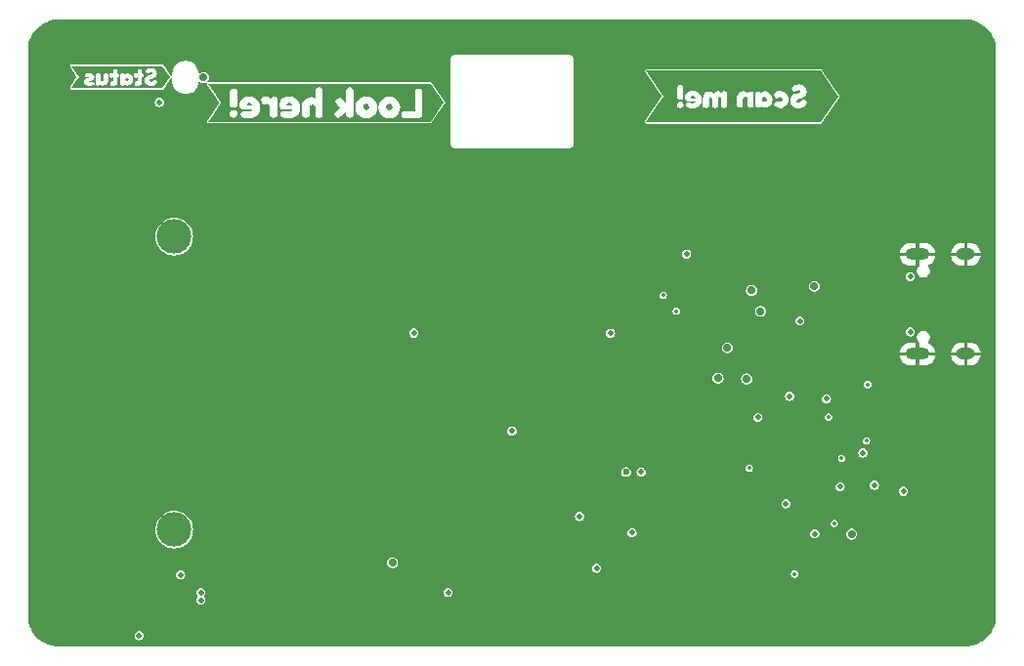
<source format=gbr>
%TF.GenerationSoftware,KiCad,Pcbnew,8.0.9*%
%TF.CreationDate,2025-05-16T14:56:25+01:00*%
%TF.ProjectId,bizcamera,62697a63-616d-4657-9261-2e6b69636164,rev?*%
%TF.SameCoordinates,Original*%
%TF.FileFunction,Copper,L4,Bot*%
%TF.FilePolarity,Positive*%
%FSLAX46Y46*%
G04 Gerber Fmt 4.6, Leading zero omitted, Abs format (unit mm)*
G04 Created by KiCad (PCBNEW 8.0.9) date 2025-05-16 14:56:25*
%MOMM*%
%LPD*%
G01*
G04 APERTURE LIST*
%TA.AperFunction,EtchedComponent*%
%ADD10C,0.000000*%
%TD*%
%TA.AperFunction,ComponentPad*%
%ADD11C,0.600000*%
%TD*%
%TA.AperFunction,ComponentPad*%
%ADD12C,3.000000*%
%TD*%
%TA.AperFunction,HeatsinkPad*%
%ADD13O,2.100000X1.000000*%
%TD*%
%TA.AperFunction,HeatsinkPad*%
%ADD14O,1.600000X1.000000*%
%TD*%
%TA.AperFunction,ViaPad*%
%ADD15C,0.500000*%
%TD*%
%TA.AperFunction,ViaPad*%
%ADD16C,0.350000*%
%TD*%
%TA.AperFunction,ViaPad*%
%ADD17C,1.000000*%
%TD*%
%TA.AperFunction,ViaPad*%
%ADD18C,0.600000*%
%TD*%
%TA.AperFunction,ViaPad*%
%ADD19C,0.700000*%
%TD*%
G04 APERTURE END LIST*
D10*
%TA.AperFunction,EtchedComponent*%
%TO.C,kibuzzard-68265CF0*%
G36*
X120494506Y-70407639D02*
G01*
X120540644Y-70517082D01*
X120492361Y-70623305D01*
X120379700Y-70669442D01*
X120275622Y-70623305D01*
X120231631Y-70514936D01*
X120275622Y-70405494D01*
X120383991Y-70360429D01*
X120494506Y-70407639D01*
G37*
%TD.AperFunction*%
%TA.AperFunction,EtchedComponent*%
G36*
X124103352Y-70310000D02*
G01*
X123468398Y-71262432D01*
X123021330Y-71262432D01*
X122463391Y-71262432D01*
X121233777Y-71262432D01*
X120025622Y-71262432D01*
X119117897Y-71262432D01*
X117886137Y-71262432D01*
X117156524Y-71262432D01*
X116658670Y-71262432D01*
X116211602Y-71262432D01*
X115576648Y-71262432D01*
X115944792Y-70710215D01*
X116677983Y-70710215D01*
X116697124Y-70843863D01*
X116754549Y-70947811D01*
X116850258Y-71022060D01*
X116984249Y-71066609D01*
X117156524Y-71081459D01*
X117298423Y-71066974D01*
X117445150Y-71023519D01*
X117557006Y-70958605D01*
X117594292Y-70879742D01*
X117574442Y-70803562D01*
X117514893Y-70703777D01*
X117431202Y-70660858D01*
X117282060Y-70713433D01*
X117122189Y-70766009D01*
X117040644Y-70731674D01*
X117071760Y-70694120D01*
X117177983Y-70664077D01*
X117293863Y-70635107D01*
X117409340Y-70582935D01*
X117491824Y-70507961D01*
X117541314Y-70410188D01*
X117557811Y-70289614D01*
X117533285Y-70165150D01*
X117690858Y-70165150D01*
X117690858Y-70871159D01*
X117691931Y-70928026D01*
X117703734Y-70977382D01*
X117733777Y-71021373D01*
X117791717Y-71048197D01*
X117886137Y-71060000D01*
X118014356Y-71034785D01*
X118072833Y-70959142D01*
X118177446Y-71033176D01*
X118293863Y-71057854D01*
X118425002Y-71040448D01*
X118540882Y-70988231D01*
X118641502Y-70901202D01*
X118718994Y-70788660D01*
X118765489Y-70659905D01*
X118780987Y-70514936D01*
X118780987Y-70171588D01*
X118866824Y-70171588D01*
X118882918Y-70277811D01*
X118930129Y-70336824D01*
X118989142Y-70359356D01*
X119062103Y-70364721D01*
X119173691Y-70362575D01*
X119173691Y-70611502D01*
X119161888Y-70675880D01*
X119115751Y-70693047D01*
X119036352Y-70697339D01*
X118978412Y-70717725D01*
X118935494Y-70770300D01*
X118922618Y-70869013D01*
X118938712Y-70979528D01*
X118989142Y-71038541D01*
X119048155Y-71058927D01*
X119117897Y-71062146D01*
X119256309Y-71050463D01*
X119368255Y-71015412D01*
X119453734Y-70956996D01*
X119513939Y-70874020D01*
X119550062Y-70765293D01*
X119562103Y-70630815D01*
X119562103Y-70358283D01*
X119615751Y-70358283D01*
X119715536Y-70311073D01*
X119744506Y-70169442D01*
X119743974Y-70167296D01*
X119830343Y-70167296D01*
X119830343Y-70864721D01*
X119833562Y-70937682D01*
X119853948Y-70994549D01*
X119914034Y-71042833D01*
X120025622Y-71057854D01*
X120147403Y-71038541D01*
X120208026Y-70980601D01*
X120310494Y-71038541D01*
X120433348Y-71057854D01*
X120557454Y-71039495D01*
X120672260Y-70984416D01*
X120777768Y-70892618D01*
X120861817Y-70776977D01*
X120912246Y-70650367D01*
X120929056Y-70512790D01*
X120912127Y-70378789D01*
X120861340Y-70254325D01*
X120800403Y-70171588D01*
X120982704Y-70171588D01*
X120998798Y-70277811D01*
X121046009Y-70336824D01*
X121105021Y-70359356D01*
X121177983Y-70364721D01*
X121289571Y-70362575D01*
X121289571Y-70611502D01*
X121277768Y-70675880D01*
X121231631Y-70693047D01*
X121152232Y-70697339D01*
X121094292Y-70717725D01*
X121051373Y-70770300D01*
X121038498Y-70869013D01*
X121054592Y-70979528D01*
X121105021Y-71038541D01*
X121164034Y-71058927D01*
X121233777Y-71062146D01*
X121372189Y-71050463D01*
X121484134Y-71015412D01*
X121569614Y-70956996D01*
X121629819Y-70874020D01*
X121665942Y-70765293D01*
X121677983Y-70630815D01*
X121677983Y-70577167D01*
X121911888Y-70577167D01*
X121921009Y-70679635D01*
X121948369Y-70772446D01*
X122041717Y-70917296D01*
X122173691Y-71012790D01*
X122320687Y-71067511D01*
X122463391Y-71083605D01*
X122583562Y-71073948D01*
X122684421Y-71050343D01*
X122767039Y-71014936D01*
X122833562Y-70974163D01*
X122885064Y-70932318D01*
X122922618Y-70894764D01*
X122946223Y-70864721D01*
X122959099Y-70849700D01*
X123012747Y-70710215D01*
X122922618Y-70572876D01*
X122833443Y-70523281D01*
X122740453Y-70537587D01*
X122643648Y-70615794D01*
X122556738Y-70694120D01*
X122471974Y-70714506D01*
X122345365Y-70683391D01*
X122306738Y-70583605D01*
X122362532Y-70517082D01*
X122530987Y-70466652D01*
X122633187Y-70439024D01*
X122714464Y-70409785D01*
X122834635Y-70341116D01*
X122920472Y-70248841D01*
X122971974Y-70132961D01*
X122989142Y-69993476D01*
X122973166Y-69869371D01*
X122925241Y-69760286D01*
X122845365Y-69666223D01*
X122741168Y-69594096D01*
X122620281Y-69550820D01*
X122482704Y-69536395D01*
X122320806Y-69550701D01*
X122184182Y-69593619D01*
X122072833Y-69665150D01*
X121995579Y-69775665D01*
X122047082Y-69907639D01*
X122173691Y-70011717D01*
X122317468Y-69972017D01*
X122342146Y-69951631D01*
X122372189Y-69926953D01*
X122414034Y-69910858D01*
X122484850Y-69903348D01*
X122564249Y-69930172D01*
X122598584Y-69995622D01*
X122561030Y-70065365D01*
X122476266Y-70102918D01*
X122345365Y-70129742D01*
X122208026Y-70163004D01*
X122086513Y-70218798D01*
X121992361Y-70300343D01*
X121932006Y-70416760D01*
X121911888Y-70577167D01*
X121677983Y-70577167D01*
X121677983Y-70358283D01*
X121731631Y-70358283D01*
X121831416Y-70311073D01*
X121860386Y-70169442D01*
X121826052Y-70031030D01*
X121723047Y-69984893D01*
X121677983Y-69984893D01*
X121677983Y-69798197D01*
X121674764Y-69726309D01*
X121654378Y-69670515D01*
X121595365Y-69625451D01*
X121482704Y-69611502D01*
X121374335Y-69626524D01*
X121315322Y-69674807D01*
X121293863Y-69734893D01*
X121289571Y-69806781D01*
X121289571Y-69978455D01*
X121175837Y-69974163D01*
X121118970Y-69975236D01*
X121068541Y-69987039D01*
X121022403Y-70017082D01*
X120994506Y-70076094D01*
X120982704Y-70171588D01*
X120800403Y-70171588D01*
X120776695Y-70139399D01*
X120670830Y-70047601D01*
X120556381Y-69992523D01*
X120433348Y-69974163D01*
X120307275Y-69995622D01*
X120208026Y-70060000D01*
X120153305Y-69994013D01*
X120023476Y-69972017D01*
X119912961Y-69987039D01*
X119853948Y-70036395D01*
X119833562Y-70095408D01*
X119830343Y-70167296D01*
X119743974Y-70167296D01*
X119710172Y-70031030D01*
X119607167Y-69984893D01*
X119562103Y-69984893D01*
X119562103Y-69798197D01*
X119558884Y-69726309D01*
X119538498Y-69670515D01*
X119479485Y-69625451D01*
X119366824Y-69611502D01*
X119258455Y-69626524D01*
X119199442Y-69674807D01*
X119177983Y-69734893D01*
X119173691Y-69806781D01*
X119173691Y-69978455D01*
X119059957Y-69974163D01*
X119003090Y-69975236D01*
X118952661Y-69987039D01*
X118906524Y-70017082D01*
X118878627Y-70076094D01*
X118866824Y-70171588D01*
X118780987Y-70171588D01*
X118780987Y-70165150D01*
X118777768Y-70091116D01*
X118757382Y-70033176D01*
X118697296Y-69984893D01*
X118585708Y-69969871D01*
X118474120Y-69984893D01*
X118414034Y-70034249D01*
X118393648Y-70093262D01*
X118390429Y-70167296D01*
X118390429Y-70514936D01*
X118349657Y-70628670D01*
X118235923Y-70669442D01*
X118123262Y-70627597D01*
X118081416Y-70514936D01*
X118081416Y-70163004D01*
X118078197Y-70091116D01*
X118057811Y-70033176D01*
X117998798Y-69984893D01*
X117886137Y-69969871D01*
X117774549Y-69984893D01*
X117714464Y-70034249D01*
X117694077Y-70093262D01*
X117690858Y-70165150D01*
X117533285Y-70165150D01*
X117529109Y-70143959D01*
X117443004Y-70037468D01*
X117354425Y-69989185D01*
X117241764Y-69960215D01*
X117105021Y-69950558D01*
X116956416Y-69968262D01*
X116806738Y-70021373D01*
X116723584Y-70110429D01*
X116770258Y-70244549D01*
X116877554Y-70326094D01*
X116995579Y-70287468D01*
X117128627Y-70248841D01*
X117208026Y-70291760D01*
X117204807Y-70311073D01*
X117195150Y-70326094D01*
X117181202Y-70337897D01*
X117160815Y-70347554D01*
X117137210Y-70355064D01*
X117109313Y-70362575D01*
X117079270Y-70369013D01*
X117044936Y-70374378D01*
X117010601Y-70379742D01*
X116893648Y-70407639D01*
X116790644Y-70456996D01*
X116706953Y-70555708D01*
X116677983Y-70710215D01*
X115944792Y-70710215D01*
X116211602Y-70310000D01*
X115576648Y-69357568D01*
X116211602Y-69357568D01*
X116658670Y-69357568D01*
X123021330Y-69357568D01*
X123468398Y-69357568D01*
X124103352Y-70310000D01*
G37*
%TD.AperFunction*%
%TA.AperFunction,EtchedComponent*%
%TO.C,kibuzzard-68265B48*%
G36*
X169563970Y-72020479D02*
G01*
X169631209Y-72147804D01*
X169310751Y-72147804D01*
X169233498Y-72079134D01*
X169279277Y-71994728D01*
X169402310Y-71964685D01*
X169563970Y-72020479D01*
G37*
%TD.AperFunction*%
%TA.AperFunction,EtchedComponent*%
G36*
X175749950Y-72116330D02*
G01*
X175811466Y-72262253D01*
X175747089Y-72403884D01*
X175596874Y-72465400D01*
X175458104Y-72403884D01*
X175399449Y-72259392D01*
X175458104Y-72113469D01*
X175602596Y-72053383D01*
X175749950Y-72116330D01*
G37*
%TD.AperFunction*%
%TA.AperFunction,EtchedComponent*%
G36*
X182006348Y-71987575D02*
G01*
X180522959Y-74212658D01*
X179330780Y-74212658D01*
X178586860Y-74212658D01*
X176990293Y-74212658D01*
X175124771Y-74212658D01*
X173499592Y-74212658D01*
X172149091Y-74212658D01*
X169399449Y-74212658D01*
X168337933Y-74212658D01*
X168063254Y-74212658D01*
X166871075Y-74212658D01*
X165387686Y-74212658D01*
X166382758Y-72720050D01*
X168063254Y-72720050D01*
X168068977Y-72820193D01*
X168097589Y-72901738D01*
X168180565Y-72970408D01*
X168337933Y-72991867D01*
X168474199Y-72976488D01*
X168556817Y-72930350D01*
X168612611Y-72714328D01*
X168609749Y-72637074D01*
X168592582Y-72565544D01*
X168551094Y-72499735D01*
X168469549Y-72459678D01*
X168337933Y-72442876D01*
X168335071Y-72442511D01*
X168199163Y-72457532D01*
X168117618Y-72502596D01*
X168063254Y-72720050D01*
X166382758Y-72720050D01*
X166871075Y-71987575D01*
X166356054Y-71215043D01*
X168074699Y-71215043D01*
X168074699Y-72059106D01*
X168078991Y-72144943D01*
X168106173Y-72213612D01*
X168186287Y-72270837D01*
X168337933Y-72288004D01*
X168486717Y-72270837D01*
X168566831Y-72213612D01*
X168594013Y-72143512D01*
X168597039Y-72081996D01*
X168735644Y-72081996D01*
X168755315Y-72223984D01*
X168814327Y-72329492D01*
X168905529Y-72394943D01*
X169021767Y-72416760D01*
X169631209Y-72416760D01*
X169545372Y-72525486D01*
X169376559Y-72565544D01*
X169144800Y-72528348D01*
X169013183Y-72491152D01*
X168918762Y-72525486D01*
X168841509Y-72628491D01*
X168804313Y-72760107D01*
X168841509Y-72874020D01*
X168953097Y-72955386D01*
X169139077Y-73004206D01*
X169399449Y-73020479D01*
X169591151Y-73002954D01*
X169759964Y-72950379D01*
X169899807Y-72869192D01*
X170004599Y-72765830D01*
X170081137Y-72648519D01*
X170136216Y-72525486D01*
X170169478Y-72398162D01*
X170180565Y-72267976D01*
X170179906Y-72262253D01*
X170300737Y-72262253D01*
X170300737Y-72728634D01*
X170305028Y-72827346D01*
X170332210Y-72904599D01*
X170412325Y-72968977D01*
X170563970Y-72989006D01*
X170711323Y-72968977D01*
X170790007Y-72903169D01*
X170817189Y-72823054D01*
X170821481Y-72725772D01*
X170821481Y-72259392D01*
X170855815Y-72107031D01*
X170958820Y-72056245D01*
X171063254Y-72102024D01*
X171093297Y-72262253D01*
X171093297Y-72728634D01*
X171097589Y-72827346D01*
X171124771Y-72904599D01*
X171204885Y-72968977D01*
X171356531Y-72989006D01*
X171503884Y-72968977D01*
X171582568Y-72903169D01*
X171609749Y-72823054D01*
X171614041Y-72725772D01*
X171614041Y-72259392D01*
X171648376Y-72107031D01*
X171751380Y-72056245D01*
X171852239Y-72107031D01*
X171885858Y-72259392D01*
X171885858Y-72731495D01*
X171890150Y-72828777D01*
X171917332Y-72904599D01*
X171997446Y-72968977D01*
X172149091Y-72989006D01*
X172296445Y-72968977D01*
X172375129Y-72904599D01*
X172402310Y-72827346D01*
X172406602Y-72728634D01*
X172406602Y-72259392D01*
X173239220Y-72259392D01*
X173239220Y-72728634D01*
X173243512Y-72824485D01*
X173270694Y-72901738D01*
X173349378Y-72966116D01*
X173499592Y-72986144D01*
X173651237Y-72966116D01*
X173731352Y-72900307D01*
X173758533Y-72821624D01*
X173762825Y-72725772D01*
X173762825Y-72259392D01*
X173815758Y-72107747D01*
X173965973Y-72053383D01*
X174117618Y-72109177D01*
X174174842Y-72259392D01*
X174174842Y-72728634D01*
X174179134Y-72824485D01*
X174206316Y-72901738D01*
X174286430Y-72966116D01*
X174435214Y-72986144D01*
X174582568Y-72966116D01*
X174661252Y-72901738D01*
X174688433Y-72824485D01*
X174692725Y-72725772D01*
X174692725Y-71795873D01*
X174864399Y-71795873D01*
X174864399Y-72725772D01*
X174868691Y-72823054D01*
X174895873Y-72898877D01*
X174975987Y-72963255D01*
X175124771Y-72983283D01*
X175287146Y-72957532D01*
X175367976Y-72880279D01*
X175504599Y-72957532D01*
X175668405Y-72983283D01*
X175833879Y-72958804D01*
X175986955Y-72885365D01*
X176127632Y-72762968D01*
X176239697Y-72608780D01*
X176306936Y-72439967D01*
X176329349Y-72256531D01*
X176306777Y-72077863D01*
X176239061Y-71911911D01*
X176178885Y-71830207D01*
X176443798Y-71830207D01*
X176503884Y-71993297D01*
X176606888Y-72111323D01*
X176709893Y-72150665D01*
X176851523Y-72099163D01*
X176996016Y-72047661D01*
X177144800Y-72109177D01*
X177207747Y-72259392D01*
X177146230Y-72411037D01*
X177001738Y-72473984D01*
X176875844Y-72436788D01*
X176727060Y-72373841D01*
X176627632Y-72411752D01*
X176512468Y-72525486D01*
X176447295Y-72657739D01*
X176476861Y-72779818D01*
X176601166Y-72891724D01*
X176795729Y-72975415D01*
X176990293Y-73003312D01*
X177114399Y-72991152D01*
X177240651Y-72954671D01*
X177364757Y-72896016D01*
X177482425Y-72817332D01*
X177586144Y-72713970D01*
X177668405Y-72581280D01*
X177722053Y-72426416D01*
X177730900Y-72342368D01*
X177851523Y-72342368D01*
X177863684Y-72478991D01*
X177900164Y-72602740D01*
X178024628Y-72795873D01*
X178200594Y-72923197D01*
X178396588Y-72996159D01*
X178586860Y-73017618D01*
X178747089Y-73004742D01*
X178881566Y-72973269D01*
X178991724Y-72926059D01*
X179080422Y-72871695D01*
X179149091Y-72815901D01*
X179199163Y-72765830D01*
X179230636Y-72725772D01*
X179247804Y-72705744D01*
X179319335Y-72519764D01*
X179199163Y-72336645D01*
X179080263Y-72270519D01*
X178956276Y-72289594D01*
X178827203Y-72393870D01*
X178711323Y-72498305D01*
X178598305Y-72525486D01*
X178429492Y-72483998D01*
X178377990Y-72350951D01*
X178452382Y-72262253D01*
X178676988Y-72195014D01*
X178813254Y-72158176D01*
X178921624Y-72119192D01*
X179081852Y-72027632D01*
X179196302Y-71904599D01*
X179264971Y-71750093D01*
X179287861Y-71564113D01*
X179266561Y-71398638D01*
X179202660Y-71253193D01*
X179096159Y-71127775D01*
X178957230Y-71031606D01*
X178796047Y-70973905D01*
X178612611Y-70954671D01*
X178396747Y-70973746D01*
X178214582Y-71030970D01*
X178066116Y-71126345D01*
X177963111Y-71273698D01*
X178031781Y-71449664D01*
X178200594Y-71588433D01*
X178392296Y-71535501D01*
X178425200Y-71508319D01*
X178465257Y-71475415D01*
X178521051Y-71453956D01*
X178615472Y-71443941D01*
X178721337Y-71479707D01*
X178767117Y-71566974D01*
X178717046Y-71659964D01*
X178604027Y-71710036D01*
X178429492Y-71745801D01*
X178246373Y-71790150D01*
X178084356Y-71864542D01*
X177958820Y-71973269D01*
X177878347Y-72128491D01*
X177851523Y-72342368D01*
X177730900Y-72342368D01*
X177739935Y-72256531D01*
X177722053Y-72089149D01*
X177668405Y-71936073D01*
X177586502Y-71804814D01*
X177483855Y-71702883D01*
X177367260Y-71625272D01*
X177243512Y-71566974D01*
X177117976Y-71530493D01*
X176996016Y-71518333D01*
X176791438Y-71546946D01*
X176601166Y-71632782D01*
X176525343Y-71682854D01*
X176470980Y-71744370D01*
X176443798Y-71830207D01*
X176178885Y-71830207D01*
X176126202Y-71758677D01*
X175985048Y-71636279D01*
X175832449Y-71562841D01*
X175668405Y-71538362D01*
X175500307Y-71566974D01*
X175367976Y-71652811D01*
X175295014Y-71564828D01*
X175121910Y-71535501D01*
X174974556Y-71555529D01*
X174895873Y-71621338D01*
X174868691Y-71700021D01*
X174864399Y-71795873D01*
X174692725Y-71795873D01*
X174692725Y-71784428D01*
X174687003Y-71690007D01*
X174659821Y-71615615D01*
X174581137Y-71554099D01*
X174432353Y-71535501D01*
X174297875Y-71552668D01*
X174220622Y-71599878D01*
X174189149Y-71654242D01*
X174180565Y-71712897D01*
X174027489Y-71589864D01*
X173820050Y-71535501D01*
X173649012Y-71558073D01*
X173505950Y-71625788D01*
X173390865Y-71738648D01*
X173306618Y-71886796D01*
X173256070Y-72060377D01*
X173239220Y-72259392D01*
X172406602Y-72259392D01*
X172406602Y-71793011D01*
X172402310Y-71695730D01*
X172375129Y-71619907D01*
X172295014Y-71555529D01*
X172143369Y-71535501D01*
X171980279Y-71570551D01*
X171903026Y-71675701D01*
X171772840Y-71568405D01*
X171622625Y-71532639D01*
X171459217Y-71555847D01*
X171323785Y-71625470D01*
X171216330Y-71741509D01*
X171095841Y-71625470D01*
X170967085Y-71555847D01*
X170830064Y-71532639D01*
X170674763Y-71553781D01*
X170544577Y-71617205D01*
X170439506Y-71722911D01*
X170362412Y-71867403D01*
X170316155Y-72047184D01*
X170300737Y-72262253D01*
X170179906Y-72262253D01*
X170156244Y-72056721D01*
X170083283Y-71873126D01*
X169961681Y-71717189D01*
X169801611Y-71598766D01*
X169613247Y-71527712D01*
X169396588Y-71504027D01*
X169199640Y-71524692D01*
X169036073Y-71586685D01*
X168905887Y-71690007D01*
X168778204Y-71880994D01*
X168735644Y-72081996D01*
X168597039Y-72081996D01*
X168598305Y-72056245D01*
X168598305Y-71212182D01*
X168594013Y-71124914D01*
X168566831Y-71053383D01*
X168486717Y-70993297D01*
X168335071Y-70974699D01*
X168186287Y-70993297D01*
X168106173Y-71054814D01*
X168078991Y-71127775D01*
X168074699Y-71215043D01*
X166356054Y-71215043D01*
X165387686Y-69762492D01*
X166871075Y-69762492D01*
X168063254Y-69762492D01*
X179330780Y-69762492D01*
X180522959Y-69762492D01*
X182006348Y-71987575D01*
G37*
%TD.AperFunction*%
%TA.AperFunction,EtchedComponent*%
%TO.C,kibuzzard-68265CCE*%
G36*
X131170043Y-72631202D02*
G01*
X131254092Y-72790358D01*
X130853519Y-72790358D01*
X130756953Y-72704521D01*
X130814177Y-72599013D01*
X130967969Y-72561459D01*
X131170043Y-72631202D01*
G37*
%TD.AperFunction*%
%TA.AperFunction,EtchedComponent*%
G36*
X134628555Y-72631202D02*
G01*
X134712604Y-72790358D01*
X134312031Y-72790358D01*
X134215465Y-72704521D01*
X134272690Y-72599013D01*
X134426481Y-72561459D01*
X134628555Y-72631202D01*
G37*
%TD.AperFunction*%
%TA.AperFunction,EtchedComponent*%
G36*
X141345293Y-72720615D02*
G01*
X141429342Y-72929843D01*
X141336352Y-73148011D01*
X141139642Y-73219542D01*
X140939356Y-73148011D01*
X140842790Y-72926266D01*
X140925050Y-72715250D01*
X141143219Y-72636567D01*
X141345293Y-72720615D01*
G37*
%TD.AperFunction*%
%TA.AperFunction,EtchedComponent*%
G36*
X143341001Y-72720615D02*
G01*
X143425050Y-72929843D01*
X143332060Y-73148011D01*
X143135351Y-73219542D01*
X142935064Y-73148011D01*
X142838498Y-72926266D01*
X142920758Y-72715250D01*
X143138927Y-72636567D01*
X143341001Y-72720615D01*
G37*
%TD.AperFunction*%
%TA.AperFunction,EtchedComponent*%
G36*
X147823794Y-72540000D02*
G01*
X146730963Y-74179247D01*
X145985851Y-74179247D01*
X145660386Y-74179247D01*
X143128197Y-74179247D01*
X141132489Y-74179247D01*
X138696867Y-74179247D01*
X135878555Y-74179247D01*
X134422904Y-74179247D01*
X133110315Y-74179247D01*
X130964392Y-74179247D01*
X129637496Y-74179247D01*
X129294149Y-74179247D01*
X128549037Y-74179247D01*
X127456206Y-74179247D01*
X127905261Y-73505665D01*
X129294149Y-73505665D01*
X129301302Y-73630844D01*
X129337067Y-73732775D01*
X129440787Y-73818612D01*
X129637496Y-73845436D01*
X129807829Y-73826212D01*
X129911102Y-73768541D01*
X129980844Y-73498512D01*
X129977268Y-73401946D01*
X129955808Y-73312532D01*
X129903948Y-73230272D01*
X129802017Y-73180200D01*
X129637496Y-73159198D01*
X129633920Y-73158741D01*
X129464034Y-73177518D01*
X129362103Y-73233848D01*
X129294149Y-73505665D01*
X127905261Y-73505665D01*
X128549037Y-72540000D01*
X127938641Y-71624406D01*
X129308455Y-71624406D01*
X129308455Y-72679485D01*
X129313820Y-72786781D01*
X129347797Y-72872618D01*
X129447940Y-72944149D01*
X129637496Y-72965608D01*
X129823476Y-72944149D01*
X129923619Y-72872618D01*
X129957597Y-72784993D01*
X129961378Y-72708097D01*
X130134635Y-72708097D01*
X130159224Y-72885583D01*
X130232990Y-73017468D01*
X130346992Y-73099281D01*
X130492289Y-73126552D01*
X131254092Y-73126552D01*
X131146795Y-73262461D01*
X130935780Y-73312532D01*
X130646080Y-73266037D01*
X130481559Y-73219542D01*
X130363534Y-73262461D01*
X130266967Y-73391216D01*
X130220472Y-73555737D01*
X130266967Y-73698128D01*
X130406452Y-73799835D01*
X130638927Y-73860860D01*
X130964392Y-73881202D01*
X131204020Y-73859295D01*
X131415036Y-73793577D01*
X131589839Y-73692092D01*
X131720830Y-73562890D01*
X131816502Y-73416252D01*
X131885351Y-73262461D01*
X131926928Y-73103305D01*
X131940787Y-72940572D01*
X131910386Y-72676505D01*
X131819185Y-72447010D01*
X131676944Y-72264607D01*
X132030200Y-72264607D01*
X132049871Y-72432257D01*
X132108884Y-72570401D01*
X132309170Y-72693791D01*
X132446867Y-72666967D01*
X132534492Y-72640143D01*
X132711531Y-72692003D01*
X132781273Y-72822546D01*
X132781273Y-73519971D01*
X132786638Y-73641574D01*
X132820615Y-73736352D01*
X132920758Y-73816824D01*
X133110315Y-73841860D01*
X133294506Y-73816824D01*
X133392861Y-73734564D01*
X133426838Y-73636209D01*
X133432203Y-73512818D01*
X133432203Y-72708097D01*
X133593147Y-72708097D01*
X133617736Y-72885583D01*
X133691502Y-73017468D01*
X133805504Y-73099281D01*
X133950801Y-73126552D01*
X134712604Y-73126552D01*
X134605308Y-73262461D01*
X134394292Y-73312532D01*
X134104592Y-73266037D01*
X133940072Y-73219542D01*
X133822046Y-73262461D01*
X133725479Y-73391216D01*
X133678984Y-73555737D01*
X133725479Y-73698128D01*
X133864964Y-73799835D01*
X134097439Y-73860860D01*
X134422904Y-73881202D01*
X134662532Y-73859295D01*
X134873548Y-73793577D01*
X135048351Y-73692092D01*
X135179342Y-73562890D01*
X135275014Y-73416252D01*
X135343863Y-73262461D01*
X135385440Y-73103305D01*
X135399299Y-72940572D01*
X135398476Y-72933419D01*
X135553090Y-72933419D01*
X135553090Y-73519971D01*
X135558455Y-73639785D01*
X135592432Y-73736352D01*
X135692575Y-73816824D01*
X135878555Y-73841860D01*
X136062747Y-73816824D01*
X136161102Y-73738140D01*
X136196867Y-73639785D01*
X136204020Y-73512818D01*
X136204020Y-72929843D01*
X136268398Y-72745651D01*
X136443648Y-72675908D01*
X136622475Y-72736710D01*
X136719041Y-72876195D01*
X136719041Y-73519971D01*
X136724406Y-73641574D01*
X136758383Y-73736352D01*
X136858526Y-73816824D01*
X137044506Y-73841860D01*
X137228698Y-73816824D01*
X137327053Y-73736352D01*
X137361030Y-73639785D01*
X137366395Y-73516395D01*
X137366395Y-73477053D01*
X138342790Y-73477053D01*
X138460815Y-73716681D01*
X138589571Y-73826660D01*
X138696867Y-73863319D01*
X138925765Y-73734564D01*
X139365680Y-73323262D01*
X139365680Y-73519971D01*
X139371044Y-73641574D01*
X139405021Y-73736352D01*
X139503376Y-73816824D01*
X139691144Y-73841860D01*
X139875336Y-73816824D01*
X139973691Y-73734564D01*
X140007668Y-73636209D01*
X140013033Y-73516395D01*
X140013033Y-72929843D01*
X140188283Y-72929843D01*
X140221068Y-73193314D01*
X140319423Y-73421021D01*
X140483348Y-73612961D01*
X140686614Y-73758010D01*
X140902995Y-73845039D01*
X141132489Y-73874049D01*
X141364169Y-73844443D01*
X141582338Y-73755625D01*
X141786996Y-73607597D01*
X141951914Y-73414265D01*
X142050865Y-73189539D01*
X142083848Y-72933419D01*
X142083401Y-72929843D01*
X142183991Y-72929843D01*
X142216776Y-73193314D01*
X142315131Y-73421021D01*
X142479056Y-73612961D01*
X142682322Y-73758010D01*
X142898703Y-73845039D01*
X143128197Y-73874049D01*
X143359878Y-73844443D01*
X143578046Y-73755625D01*
X143782704Y-73607597D01*
X143820840Y-73562890D01*
X144183276Y-73562890D01*
X144204735Y-73720258D01*
X144274478Y-73806094D01*
X144360315Y-73836495D01*
X144462246Y-73841860D01*
X145660386Y-73841860D01*
X145846366Y-73816824D01*
X145946509Y-73734564D01*
X145980486Y-73636209D01*
X145985851Y-73512818D01*
X145985851Y-71663748D01*
X145980486Y-71543934D01*
X145946509Y-71445579D01*
X145846366Y-71363319D01*
X145656810Y-71338283D01*
X145470830Y-71363319D01*
X145370687Y-71445579D01*
X145336710Y-71543934D01*
X145331345Y-71667325D01*
X145331345Y-73283920D01*
X144458670Y-73283920D01*
X144356738Y-73289285D01*
X144274478Y-73317897D01*
X144204735Y-73401946D01*
X144183276Y-73562890D01*
X143820840Y-73562890D01*
X143947622Y-73414265D01*
X144046573Y-73189539D01*
X144079557Y-72933419D01*
X144048560Y-72685645D01*
X143955570Y-72462111D01*
X143800587Y-72262818D01*
X143602685Y-72106842D01*
X143380939Y-72013255D01*
X143135351Y-71982060D01*
X142883999Y-72012659D01*
X142659274Y-72104457D01*
X142461173Y-72257454D01*
X142307183Y-72454560D01*
X142214789Y-72678690D01*
X142183991Y-72929843D01*
X142083401Y-72929843D01*
X142052852Y-72685645D01*
X141959862Y-72462111D01*
X141804878Y-72262818D01*
X141606977Y-72106842D01*
X141385231Y-72013255D01*
X141139642Y-71982060D01*
X140888291Y-72012659D01*
X140663565Y-72104457D01*
X140465465Y-72257454D01*
X140311475Y-72454560D01*
X140219081Y-72678690D01*
X140188283Y-72929843D01*
X140013033Y-72929843D01*
X140013033Y-71524263D01*
X140007668Y-71400873D01*
X139973691Y-71304306D01*
X139873548Y-71223834D01*
X139687568Y-71198798D01*
X139503376Y-71223834D01*
X139405021Y-71306094D01*
X139371044Y-71404449D01*
X139365680Y-71527840D01*
X139365680Y-72514964D01*
X139061674Y-72218112D01*
X138827411Y-72091144D01*
X138596724Y-72218112D01*
X138462604Y-72461316D01*
X138596724Y-72683062D01*
X138886423Y-72936996D01*
X138482275Y-73251731D01*
X138342790Y-73477053D01*
X137366395Y-73477053D01*
X137366395Y-71527840D01*
X137361030Y-71408026D01*
X137327053Y-71311459D01*
X137228698Y-71230987D01*
X137040930Y-71205951D01*
X136856738Y-71230987D01*
X136758383Y-71311459D01*
X136724406Y-71408026D01*
X136719041Y-71531416D01*
X136719041Y-72182346D01*
X136549156Y-72067003D01*
X136361388Y-72028555D01*
X136144808Y-72057565D01*
X135952868Y-72144594D01*
X135785565Y-72289642D01*
X135656412Y-72477212D01*
X135578921Y-72691804D01*
X135553090Y-72933419D01*
X135398476Y-72933419D01*
X135368898Y-72676505D01*
X135277697Y-72447010D01*
X135125694Y-72252089D01*
X134925606Y-72104060D01*
X134690151Y-72015242D01*
X134419328Y-71985637D01*
X134173143Y-72011467D01*
X133968684Y-72088959D01*
X133805951Y-72218112D01*
X133646348Y-72456845D01*
X133593147Y-72708097D01*
X133432203Y-72708097D01*
X133432203Y-72346867D01*
X133426838Y-72225265D01*
X133392861Y-72130486D01*
X133294506Y-72050014D01*
X133106738Y-72024979D01*
X132899299Y-72061638D01*
X132799156Y-72171617D01*
X132618541Y-72048226D01*
X132427196Y-72007096D01*
X132319900Y-72016037D01*
X132191144Y-72048226D01*
X132074907Y-72128698D01*
X132030200Y-72264607D01*
X131676944Y-72264607D01*
X131667182Y-72252089D01*
X131467094Y-72104060D01*
X131231639Y-72015242D01*
X130960815Y-71985637D01*
X130714630Y-72011467D01*
X130510172Y-72088959D01*
X130347439Y-72218112D01*
X130187836Y-72456845D01*
X130134635Y-72708097D01*
X129961378Y-72708097D01*
X129962961Y-72675908D01*
X129962961Y-71620830D01*
X129957597Y-71511745D01*
X129923619Y-71422332D01*
X129823476Y-71347225D01*
X129633920Y-71323977D01*
X129447940Y-71347225D01*
X129347797Y-71424120D01*
X129313820Y-71515322D01*
X129308455Y-71624406D01*
X127938641Y-71624406D01*
X127456206Y-70900753D01*
X128549037Y-70900753D01*
X129294149Y-70900753D01*
X145985851Y-70900753D01*
X146730963Y-70900753D01*
X147823794Y-72540000D01*
G37*
%TD.AperFunction*%
%TD*%
D11*
%TO.P,U1,61,GND*%
%TO.N,-BATT*%
X178285000Y-104742500D03*
X179660000Y-103367500D03*
X179660000Y-106117500D03*
X181035000Y-104742500D03*
%TD*%
D12*
%TO.P,BT1,1,+*%
%TO.N,+BATT*%
X124495000Y-84150000D03*
X124495000Y-109550000D03*
%TD*%
D13*
%TO.P,J3,S1,SHIELD*%
%TO.N,-BATT*%
X188895000Y-94320000D03*
D14*
X193075000Y-94320000D03*
D13*
X188895000Y-85680000D03*
D14*
X193075000Y-85680000D03*
%TD*%
D15*
%TO.N,+3V3*%
X126800000Y-115670000D03*
X126790000Y-115020000D03*
X125030000Y-113470000D03*
X121450000Y-118740000D03*
D16*
X184580000Y-96970000D03*
D15*
X153750000Y-101000000D03*
X162280000Y-92510000D03*
X148210000Y-115000000D03*
X177805000Y-97995000D03*
X145250000Y-92500000D03*
D16*
X181187500Y-99792500D03*
D15*
X161080000Y-112900000D03*
X178690000Y-91450000D03*
%TO.N,-BATT*%
X117630000Y-115655000D03*
X186810000Y-91590000D03*
X156110000Y-114230000D03*
X133550000Y-69250000D03*
D16*
X171480000Y-94620000D03*
D17*
X124495000Y-96850000D03*
D18*
X173140600Y-104348934D03*
D15*
X168825000Y-94405000D03*
X135100000Y-67030000D03*
X163100000Y-116090000D03*
X148190000Y-113700000D03*
D18*
X172300000Y-107000000D03*
D15*
X157320000Y-116040000D03*
D16*
X190120000Y-90670000D03*
D15*
X119140000Y-115655000D03*
D18*
X153400000Y-113740000D03*
D15*
X130420000Y-78110000D03*
D18*
X163640000Y-106260000D03*
D16*
X170120000Y-91260000D03*
D15*
X153770000Y-100120000D03*
X138840000Y-115180000D03*
X169013750Y-99066250D03*
D18*
X142660000Y-112160000D03*
D16*
X182147500Y-98842500D03*
X182630000Y-99440000D03*
D15*
X170480000Y-89810000D03*
D19*
X180026250Y-93103750D03*
D15*
%TO.N,+1V8*%
X175060000Y-99820000D03*
X187670000Y-106220000D03*
D19*
X174089502Y-96480000D03*
D16*
X184455000Y-101855000D03*
D15*
X159600000Y-108400000D03*
D19*
X179955993Y-88459579D03*
X143400000Y-112420000D03*
D15*
X164940000Y-104560000D03*
D19*
X183190000Y-109932500D03*
D16*
X182325000Y-103375000D03*
D15*
X177500000Y-107300000D03*
D19*
X175280000Y-90620000D03*
D15*
%TO.N,Net-(U3-~{CS})*%
X168880000Y-85660000D03*
D19*
X171611164Y-96416082D03*
%TO.N,/QSPI_SD0*%
X172415122Y-93794878D03*
X174500000Y-88820000D03*
D16*
%TO.N,Net-(U4-~{CE})*%
X168000000Y-90600000D03*
X166860000Y-89240000D03*
%TO.N,+1V1*%
X174300000Y-104220000D03*
D15*
X180997500Y-98217500D03*
X184170000Y-102900000D03*
X179987498Y-109912500D03*
%TO.N,/XOUT*%
X164160000Y-109810000D03*
D16*
X178247502Y-113392500D03*
D15*
%TO.N,Net-(U1-GPIO25)*%
X185140000Y-105690000D03*
X123200000Y-72500000D03*
%TO.N,+5V*%
X188255000Y-92400000D03*
X188255000Y-87600000D03*
D19*
%TO.N,Net-(D1-A)*%
X127010000Y-70350000D03*
D15*
X182192850Y-105835890D03*
D16*
%TO.N,/XTAL_EN*%
X181660000Y-109020000D03*
D18*
X163640000Y-104560000D03*
%TD*%
%TA.AperFunction,Conductor*%
%TO.N,-BATT*%
G36*
X193001797Y-65300601D02*
G01*
X193100749Y-65306158D01*
X193298656Y-65317272D01*
X193305783Y-65318074D01*
X193597157Y-65367581D01*
X193604138Y-65369174D01*
X193888144Y-65450995D01*
X193894908Y-65453362D01*
X194052657Y-65518704D01*
X194167949Y-65566460D01*
X194174415Y-65569574D01*
X194254348Y-65613750D01*
X194433080Y-65712532D01*
X194439142Y-65716340D01*
X194680181Y-65887367D01*
X194685792Y-65891842D01*
X194906154Y-66088770D01*
X194911229Y-66093845D01*
X195108157Y-66314207D01*
X195112632Y-66319818D01*
X195283654Y-66560850D01*
X195287472Y-66566927D01*
X195430425Y-66825584D01*
X195433539Y-66832050D01*
X195546635Y-67105086D01*
X195549006Y-67111860D01*
X195630823Y-67395852D01*
X195632420Y-67402850D01*
X195681924Y-67694213D01*
X195682727Y-67701344D01*
X195699399Y-67998201D01*
X195699500Y-68001790D01*
X195699500Y-116998209D01*
X195699399Y-117001798D01*
X195682727Y-117298655D01*
X195681924Y-117305786D01*
X195632420Y-117597149D01*
X195630823Y-117604147D01*
X195549006Y-117888139D01*
X195546635Y-117894913D01*
X195433539Y-118167949D01*
X195430425Y-118174415D01*
X195287472Y-118433072D01*
X195283654Y-118439149D01*
X195112632Y-118680181D01*
X195108157Y-118685792D01*
X194911229Y-118906154D01*
X194906154Y-118911229D01*
X194685792Y-119108157D01*
X194680181Y-119112632D01*
X194439149Y-119283654D01*
X194433072Y-119287472D01*
X194174415Y-119430425D01*
X194167949Y-119433539D01*
X193894913Y-119546635D01*
X193888139Y-119549006D01*
X193604147Y-119630823D01*
X193597149Y-119632420D01*
X193305786Y-119681924D01*
X193298655Y-119682727D01*
X193001798Y-119699399D01*
X192998209Y-119699500D01*
X114501791Y-119699500D01*
X114498202Y-119699399D01*
X114201344Y-119682727D01*
X114194213Y-119681924D01*
X113902850Y-119632420D01*
X113895852Y-119630823D01*
X113611860Y-119549006D01*
X113605086Y-119546635D01*
X113332050Y-119433539D01*
X113325584Y-119430425D01*
X113066927Y-119287472D01*
X113060850Y-119283654D01*
X112819818Y-119112632D01*
X112814207Y-119108157D01*
X112593845Y-118911229D01*
X112588770Y-118906154D01*
X112440284Y-118739999D01*
X121044508Y-118739999D01*
X121044508Y-118740000D01*
X121064353Y-118865302D01*
X121064356Y-118865309D01*
X121085168Y-118906154D01*
X121121950Y-118978342D01*
X121211658Y-119068050D01*
X121211660Y-119068051D01*
X121211661Y-119068052D01*
X121324690Y-119125643D01*
X121324696Y-119125646D01*
X121450000Y-119145492D01*
X121575304Y-119125646D01*
X121688338Y-119068052D01*
X121688339Y-119068052D01*
X121688339Y-119068051D01*
X121688342Y-119068050D01*
X121778050Y-118978342D01*
X121835646Y-118865304D01*
X121855492Y-118740000D01*
X121835646Y-118614696D01*
X121778050Y-118501658D01*
X121688342Y-118411950D01*
X121688339Y-118411948D01*
X121688337Y-118411947D01*
X121575309Y-118354356D01*
X121575302Y-118354353D01*
X121450000Y-118334508D01*
X121324697Y-118354353D01*
X121324690Y-118354356D01*
X121211662Y-118411947D01*
X121211660Y-118411948D01*
X121211658Y-118411950D01*
X121121950Y-118501658D01*
X121121948Y-118501660D01*
X121121947Y-118501662D01*
X121064356Y-118614690D01*
X121064353Y-118614697D01*
X121044508Y-118739999D01*
X112440284Y-118739999D01*
X112391842Y-118685792D01*
X112387367Y-118680181D01*
X112216340Y-118439142D01*
X112212532Y-118433080D01*
X112069574Y-118174415D01*
X112066460Y-118167949D01*
X111953364Y-117894913D01*
X111950993Y-117888139D01*
X111869174Y-117604138D01*
X111867581Y-117597157D01*
X111818074Y-117305783D01*
X111817272Y-117298654D01*
X111800601Y-117001797D01*
X111800500Y-116998209D01*
X111800500Y-115019999D01*
X126384508Y-115019999D01*
X126384508Y-115020000D01*
X126404353Y-115145302D01*
X126404356Y-115145309D01*
X126451759Y-115238342D01*
X126461950Y-115258342D01*
X126508353Y-115304745D01*
X126527098Y-115349999D01*
X126508353Y-115395253D01*
X126471952Y-115431654D01*
X126471947Y-115431660D01*
X126414356Y-115544690D01*
X126414353Y-115544697D01*
X126394508Y-115669999D01*
X126394508Y-115670000D01*
X126414353Y-115795302D01*
X126414356Y-115795309D01*
X126471947Y-115908337D01*
X126471950Y-115908342D01*
X126561658Y-115998050D01*
X126561660Y-115998051D01*
X126561661Y-115998052D01*
X126674690Y-116055643D01*
X126674696Y-116055646D01*
X126800000Y-116075492D01*
X126925304Y-116055646D01*
X127038338Y-115998052D01*
X127038339Y-115998052D01*
X127038339Y-115998051D01*
X127038342Y-115998050D01*
X127128050Y-115908342D01*
X127185646Y-115795304D01*
X127205492Y-115670000D01*
X127185646Y-115544696D01*
X127128050Y-115431658D01*
X127128046Y-115431654D01*
X127081646Y-115385253D01*
X127062901Y-115339998D01*
X127081646Y-115294744D01*
X127118050Y-115258342D01*
X127175646Y-115145304D01*
X127195492Y-115020000D01*
X127192324Y-114999999D01*
X147804508Y-114999999D01*
X147804508Y-115000000D01*
X147824353Y-115125302D01*
X147824356Y-115125309D01*
X147834547Y-115145309D01*
X147881950Y-115238342D01*
X147971658Y-115328050D01*
X147971660Y-115328051D01*
X147971661Y-115328052D01*
X148014735Y-115349999D01*
X148084696Y-115385646D01*
X148210000Y-115405492D01*
X148335304Y-115385646D01*
X148448338Y-115328052D01*
X148448339Y-115328052D01*
X148448339Y-115328051D01*
X148448342Y-115328050D01*
X148538050Y-115238342D01*
X148595646Y-115125304D01*
X148615492Y-115000000D01*
X148595646Y-114874696D01*
X148538050Y-114761658D01*
X148448342Y-114671950D01*
X148448339Y-114671948D01*
X148448337Y-114671947D01*
X148335309Y-114614356D01*
X148335302Y-114614353D01*
X148210000Y-114594508D01*
X148084697Y-114614353D01*
X148084690Y-114614356D01*
X147971662Y-114671947D01*
X147971660Y-114671948D01*
X147971658Y-114671950D01*
X147881950Y-114761658D01*
X147881948Y-114761660D01*
X147881947Y-114761662D01*
X147824356Y-114874690D01*
X147824353Y-114874697D01*
X147804508Y-114999999D01*
X127192324Y-114999999D01*
X127175646Y-114894696D01*
X127118050Y-114781658D01*
X127028342Y-114691950D01*
X127028339Y-114691948D01*
X127028337Y-114691947D01*
X126915309Y-114634356D01*
X126915302Y-114634353D01*
X126790000Y-114614508D01*
X126664697Y-114634353D01*
X126664690Y-114634356D01*
X126551662Y-114691947D01*
X126551660Y-114691948D01*
X126551658Y-114691950D01*
X126461950Y-114781658D01*
X126461948Y-114781660D01*
X126461947Y-114781662D01*
X126404356Y-114894690D01*
X126404353Y-114894697D01*
X126384508Y-115019999D01*
X111800500Y-115019999D01*
X111800500Y-113469999D01*
X124624508Y-113469999D01*
X124624508Y-113470000D01*
X124644353Y-113595302D01*
X124644356Y-113595309D01*
X124701947Y-113708337D01*
X124701950Y-113708342D01*
X124791658Y-113798050D01*
X124791660Y-113798051D01*
X124791661Y-113798052D01*
X124904690Y-113855643D01*
X124904696Y-113855646D01*
X125030000Y-113875492D01*
X125155304Y-113855646D01*
X125268338Y-113798052D01*
X125268339Y-113798052D01*
X125268339Y-113798051D01*
X125268342Y-113798050D01*
X125358050Y-113708342D01*
X125415646Y-113595304D01*
X125435492Y-113470000D01*
X125423217Y-113392500D01*
X177916981Y-113392500D01*
X177936914Y-113505545D01*
X177994309Y-113604957D01*
X178082241Y-113678740D01*
X178190108Y-113718000D01*
X178304896Y-113718000D01*
X178412763Y-113678740D01*
X178500696Y-113604955D01*
X178558090Y-113505545D01*
X178578023Y-113392500D01*
X178558090Y-113279455D01*
X178500696Y-113180045D01*
X178500695Y-113180044D01*
X178500694Y-113180042D01*
X178412762Y-113106259D01*
X178304896Y-113067000D01*
X178190108Y-113067000D01*
X178082242Y-113106259D01*
X178082241Y-113106260D01*
X177994309Y-113180042D01*
X177936914Y-113279454D01*
X177916981Y-113392500D01*
X125423217Y-113392500D01*
X125415646Y-113344696D01*
X125358050Y-113231658D01*
X125268342Y-113141950D01*
X125268339Y-113141948D01*
X125268337Y-113141947D01*
X125155309Y-113084356D01*
X125155302Y-113084353D01*
X125030000Y-113064508D01*
X124904697Y-113084353D01*
X124904690Y-113084356D01*
X124791662Y-113141947D01*
X124791660Y-113141948D01*
X124791658Y-113141950D01*
X124701950Y-113231658D01*
X124701948Y-113231660D01*
X124701947Y-113231662D01*
X124644356Y-113344690D01*
X124644353Y-113344697D01*
X124624508Y-113469999D01*
X111800500Y-113469999D01*
X111800500Y-112899999D01*
X160674508Y-112899999D01*
X160674508Y-112900000D01*
X160694353Y-113025302D01*
X160694356Y-113025309D01*
X160735603Y-113106260D01*
X160751950Y-113138342D01*
X160841658Y-113228050D01*
X160841660Y-113228051D01*
X160841661Y-113228052D01*
X160954690Y-113285643D01*
X160954696Y-113285646D01*
X161080000Y-113305492D01*
X161205304Y-113285646D01*
X161318338Y-113228052D01*
X161318339Y-113228052D01*
X161318339Y-113228051D01*
X161318342Y-113228050D01*
X161408050Y-113138342D01*
X161465646Y-113025304D01*
X161485492Y-112900000D01*
X161485254Y-112898500D01*
X161467333Y-112785346D01*
X161465646Y-112774696D01*
X161408050Y-112661658D01*
X161318342Y-112571950D01*
X161318339Y-112571948D01*
X161318337Y-112571947D01*
X161205309Y-112514356D01*
X161205302Y-112514353D01*
X161080000Y-112494508D01*
X160954697Y-112514353D01*
X160954690Y-112514356D01*
X160841662Y-112571947D01*
X160841660Y-112571948D01*
X160841658Y-112571950D01*
X160751950Y-112661658D01*
X160751948Y-112661660D01*
X160751947Y-112661662D01*
X160694356Y-112774690D01*
X160694353Y-112774697D01*
X160674508Y-112899999D01*
X111800500Y-112899999D01*
X111800500Y-112420000D01*
X142916579Y-112420000D01*
X142936161Y-112556196D01*
X142943355Y-112571948D01*
X142993320Y-112681357D01*
X143074200Y-112774696D01*
X143083428Y-112785346D01*
X143199178Y-112859734D01*
X143199180Y-112859735D01*
X143331202Y-112898500D01*
X143331204Y-112898500D01*
X143468796Y-112898500D01*
X143468798Y-112898500D01*
X143600820Y-112859735D01*
X143716573Y-112785345D01*
X143806680Y-112681357D01*
X143863839Y-112556195D01*
X143883421Y-112420000D01*
X143863839Y-112283805D01*
X143806680Y-112158643D01*
X143716573Y-112054655D01*
X143716572Y-112054654D01*
X143716571Y-112054653D01*
X143600821Y-111980265D01*
X143556812Y-111967343D01*
X143468798Y-111941500D01*
X143331202Y-111941500D01*
X143265191Y-111960882D01*
X143199178Y-111980265D01*
X143083428Y-112054653D01*
X142993321Y-112158641D01*
X142993319Y-112158644D01*
X142936161Y-112283803D01*
X142916579Y-112420000D01*
X111800500Y-112420000D01*
X111800500Y-109550000D01*
X122861464Y-109550000D01*
X122881576Y-109805541D01*
X122881577Y-109805545D01*
X122941415Y-110054793D01*
X123039508Y-110291609D01*
X123112672Y-110411000D01*
X123173442Y-110510168D01*
X123339916Y-110705084D01*
X123534832Y-110871558D01*
X123753390Y-111005491D01*
X123753389Y-111005491D01*
X123990206Y-111103584D01*
X123990209Y-111103584D01*
X123990210Y-111103585D01*
X124239459Y-111163424D01*
X124495000Y-111183536D01*
X124750541Y-111163424D01*
X124999790Y-111103585D01*
X124999791Y-111103584D01*
X124999793Y-111103584D01*
X125087272Y-111067348D01*
X125236610Y-111005491D01*
X125455168Y-110871558D01*
X125650084Y-110705084D01*
X125816558Y-110510168D01*
X125950491Y-110291610D01*
X126042825Y-110068696D01*
X126048584Y-110054793D01*
X126050133Y-110048342D01*
X126107354Y-109809999D01*
X163754508Y-109809999D01*
X163754508Y-109810000D01*
X163774353Y-109935302D01*
X163774356Y-109935309D01*
X163826583Y-110037809D01*
X163831950Y-110048342D01*
X163921658Y-110138050D01*
X163921660Y-110138051D01*
X163921661Y-110138052D01*
X164031181Y-110193855D01*
X164034696Y-110195646D01*
X164160000Y-110215492D01*
X164285304Y-110195646D01*
X164398338Y-110138052D01*
X164398339Y-110138052D01*
X164398339Y-110138051D01*
X164398342Y-110138050D01*
X164488050Y-110048342D01*
X164545646Y-109935304D01*
X164549258Y-109912499D01*
X179582006Y-109912499D01*
X179582006Y-109912500D01*
X179601851Y-110037802D01*
X179601854Y-110037809D01*
X179617592Y-110068696D01*
X179659448Y-110150842D01*
X179749156Y-110240550D01*
X179749158Y-110240551D01*
X179749159Y-110240552D01*
X179849364Y-110291609D01*
X179862194Y-110298146D01*
X179987498Y-110317992D01*
X180112802Y-110298146D01*
X180225836Y-110240552D01*
X180225837Y-110240552D01*
X180225837Y-110240551D01*
X180225840Y-110240550D01*
X180315548Y-110150842D01*
X180373144Y-110037804D01*
X180389822Y-109932500D01*
X182706579Y-109932500D01*
X182726161Y-110068696D01*
X182763676Y-110150842D01*
X182783320Y-110193857D01*
X182868024Y-110291609D01*
X182873428Y-110297846D01*
X182873895Y-110298146D01*
X182989180Y-110372235D01*
X183121202Y-110411000D01*
X183121204Y-110411000D01*
X183258796Y-110411000D01*
X183258798Y-110411000D01*
X183390820Y-110372235D01*
X183506573Y-110297845D01*
X183596680Y-110193857D01*
X183653839Y-110068695D01*
X183673421Y-109932500D01*
X183653839Y-109796305D01*
X183596680Y-109671143D01*
X183506573Y-109567155D01*
X183506572Y-109567154D01*
X183506571Y-109567153D01*
X183390821Y-109492765D01*
X183346812Y-109479843D01*
X183258798Y-109454000D01*
X183121202Y-109454000D01*
X183055191Y-109473382D01*
X182989178Y-109492765D01*
X182873428Y-109567153D01*
X182783321Y-109671141D01*
X182783319Y-109671144D01*
X182726161Y-109796303D01*
X182706579Y-109932500D01*
X180389822Y-109932500D01*
X180392990Y-109912500D01*
X180373144Y-109787196D01*
X180315548Y-109674158D01*
X180225840Y-109584450D01*
X180225837Y-109584448D01*
X180225835Y-109584447D01*
X180112807Y-109526856D01*
X180112800Y-109526853D01*
X179987498Y-109507008D01*
X179862195Y-109526853D01*
X179862188Y-109526856D01*
X179749160Y-109584447D01*
X179749158Y-109584448D01*
X179749156Y-109584450D01*
X179659448Y-109674158D01*
X179659446Y-109674160D01*
X179659445Y-109674162D01*
X179601854Y-109787190D01*
X179601851Y-109787197D01*
X179582006Y-109912499D01*
X164549258Y-109912499D01*
X164565492Y-109810000D01*
X164564786Y-109805545D01*
X164545646Y-109684697D01*
X164545643Y-109684690D01*
X164488052Y-109571662D01*
X164488052Y-109571661D01*
X164488051Y-109571660D01*
X164488050Y-109571658D01*
X164398342Y-109481950D01*
X164398339Y-109481948D01*
X164398337Y-109481947D01*
X164285309Y-109424356D01*
X164285302Y-109424353D01*
X164160000Y-109404508D01*
X164034697Y-109424353D01*
X164034690Y-109424356D01*
X163921662Y-109481947D01*
X163921660Y-109481948D01*
X163921658Y-109481950D01*
X163831950Y-109571658D01*
X163831948Y-109571660D01*
X163831947Y-109571662D01*
X163774356Y-109684690D01*
X163774353Y-109684697D01*
X163754508Y-109809999D01*
X126107354Y-109809999D01*
X126108424Y-109805541D01*
X126128536Y-109550000D01*
X126108424Y-109294459D01*
X126048585Y-109045210D01*
X126048584Y-109045209D01*
X126048584Y-109045206D01*
X126038143Y-109020000D01*
X181329479Y-109020000D01*
X181349412Y-109133045D01*
X181406807Y-109232457D01*
X181480693Y-109294454D01*
X181494739Y-109306240D01*
X181602606Y-109345500D01*
X181717394Y-109345500D01*
X181825261Y-109306240D01*
X181913194Y-109232455D01*
X181970588Y-109133045D01*
X181990521Y-109020000D01*
X181970588Y-108906955D01*
X181913194Y-108807545D01*
X181913193Y-108807544D01*
X181913192Y-108807542D01*
X181825260Y-108733759D01*
X181717394Y-108694500D01*
X181602606Y-108694500D01*
X181494740Y-108733759D01*
X181494739Y-108733760D01*
X181406807Y-108807542D01*
X181349412Y-108906954D01*
X181329479Y-109020000D01*
X126038143Y-109020000D01*
X125950491Y-108808390D01*
X125816558Y-108589832D01*
X125816556Y-108589830D01*
X125654425Y-108399999D01*
X159194508Y-108399999D01*
X159194508Y-108400000D01*
X159214353Y-108525302D01*
X159214356Y-108525309D01*
X159271947Y-108638337D01*
X159271950Y-108638342D01*
X159361658Y-108728050D01*
X159361660Y-108728051D01*
X159361661Y-108728052D01*
X159372862Y-108733759D01*
X159474696Y-108785646D01*
X159600000Y-108805492D01*
X159725304Y-108785646D01*
X159838338Y-108728052D01*
X159838339Y-108728052D01*
X159838339Y-108728051D01*
X159838342Y-108728050D01*
X159928050Y-108638342D01*
X159985646Y-108525304D01*
X160005492Y-108400000D01*
X159985646Y-108274696D01*
X159928050Y-108161658D01*
X159838342Y-108071950D01*
X159838339Y-108071948D01*
X159838337Y-108071947D01*
X159725309Y-108014356D01*
X159725302Y-108014353D01*
X159600000Y-107994508D01*
X159474697Y-108014353D01*
X159474690Y-108014356D01*
X159361662Y-108071947D01*
X159361660Y-108071948D01*
X159361658Y-108071950D01*
X159271950Y-108161658D01*
X159271948Y-108161660D01*
X159271947Y-108161662D01*
X159214356Y-108274690D01*
X159214353Y-108274697D01*
X159194508Y-108399999D01*
X125654425Y-108399999D01*
X125650084Y-108394916D01*
X125650083Y-108394915D01*
X125455169Y-108228443D01*
X125455167Y-108228441D01*
X125236608Y-108094508D01*
X125236610Y-108094508D01*
X124999793Y-107996415D01*
X124750545Y-107936577D01*
X124750541Y-107936576D01*
X124495000Y-107916464D01*
X124239459Y-107936576D01*
X124239455Y-107936576D01*
X124239454Y-107936577D01*
X123990206Y-107996415D01*
X123753390Y-108094508D01*
X123534832Y-108228441D01*
X123534830Y-108228443D01*
X123339916Y-108394915D01*
X123339915Y-108394916D01*
X123173443Y-108589830D01*
X123173441Y-108589832D01*
X123039508Y-108808390D01*
X122941415Y-109045206D01*
X122896461Y-109232457D01*
X122881576Y-109294459D01*
X122861464Y-109550000D01*
X111800500Y-109550000D01*
X111800500Y-107299999D01*
X177094508Y-107299999D01*
X177094508Y-107300000D01*
X177114353Y-107425302D01*
X177114356Y-107425309D01*
X177171947Y-107538337D01*
X177171950Y-107538342D01*
X177261658Y-107628050D01*
X177261660Y-107628051D01*
X177261661Y-107628052D01*
X177374690Y-107685643D01*
X177374696Y-107685646D01*
X177500000Y-107705492D01*
X177625304Y-107685646D01*
X177738338Y-107628052D01*
X177738339Y-107628052D01*
X177738339Y-107628051D01*
X177738342Y-107628050D01*
X177828050Y-107538342D01*
X177885646Y-107425304D01*
X177905492Y-107300000D01*
X177885646Y-107174696D01*
X177828050Y-107061658D01*
X177738342Y-106971950D01*
X177738339Y-106971948D01*
X177738337Y-106971947D01*
X177625309Y-106914356D01*
X177625302Y-106914353D01*
X177500000Y-106894508D01*
X177374697Y-106914353D01*
X177374690Y-106914356D01*
X177261662Y-106971947D01*
X177261660Y-106971948D01*
X177261658Y-106971950D01*
X177171950Y-107061658D01*
X177171948Y-107061660D01*
X177171947Y-107061662D01*
X177114356Y-107174690D01*
X177114353Y-107174697D01*
X177094508Y-107299999D01*
X111800500Y-107299999D01*
X111800500Y-105835889D01*
X181787358Y-105835889D01*
X181787358Y-105835890D01*
X181807203Y-105961192D01*
X181807206Y-105961199D01*
X181864797Y-106074227D01*
X181864800Y-106074232D01*
X181954508Y-106163940D01*
X181954510Y-106163941D01*
X181954511Y-106163942D01*
X182064529Y-106219999D01*
X182067546Y-106221536D01*
X182192850Y-106241382D01*
X182318154Y-106221536D01*
X182321171Y-106219999D01*
X187264508Y-106219999D01*
X187264508Y-106220000D01*
X187284353Y-106345302D01*
X187284356Y-106345309D01*
X187341947Y-106458337D01*
X187341950Y-106458342D01*
X187431658Y-106548050D01*
X187431660Y-106548051D01*
X187431661Y-106548052D01*
X187544690Y-106605643D01*
X187544696Y-106605646D01*
X187670000Y-106625492D01*
X187795304Y-106605646D01*
X187908338Y-106548052D01*
X187908339Y-106548052D01*
X187908339Y-106548051D01*
X187908342Y-106548050D01*
X187998050Y-106458342D01*
X188055646Y-106345304D01*
X188075492Y-106220000D01*
X188055646Y-106094696D01*
X188045939Y-106075646D01*
X187998052Y-105981662D01*
X187998052Y-105981661D01*
X187998051Y-105981660D01*
X187998050Y-105981658D01*
X187908342Y-105891950D01*
X187908339Y-105891948D01*
X187908337Y-105891947D01*
X187795309Y-105834356D01*
X187795302Y-105834353D01*
X187670000Y-105814508D01*
X187544697Y-105834353D01*
X187544690Y-105834356D01*
X187431662Y-105891947D01*
X187431660Y-105891948D01*
X187431658Y-105891950D01*
X187341950Y-105981658D01*
X187341948Y-105981660D01*
X187341947Y-105981662D01*
X187284356Y-106094690D01*
X187284353Y-106094697D01*
X187264508Y-106219999D01*
X182321171Y-106219999D01*
X182431188Y-106163942D01*
X182431189Y-106163942D01*
X182431189Y-106163941D01*
X182431192Y-106163940D01*
X182520900Y-106074232D01*
X182578496Y-105961194D01*
X182598342Y-105835890D01*
X182594955Y-105814508D01*
X182578496Y-105710587D01*
X182578493Y-105710580D01*
X182568006Y-105689999D01*
X184734508Y-105689999D01*
X184734508Y-105690000D01*
X184754353Y-105815302D01*
X184754356Y-105815309D01*
X184793406Y-105891948D01*
X184811950Y-105928342D01*
X184901658Y-106018050D01*
X184901660Y-106018051D01*
X184901661Y-106018052D01*
X185011911Y-106074227D01*
X185014696Y-106075646D01*
X185140000Y-106095492D01*
X185265304Y-106075646D01*
X185378338Y-106018052D01*
X185378339Y-106018052D01*
X185378339Y-106018051D01*
X185378342Y-106018050D01*
X185468050Y-105928342D01*
X185525646Y-105815304D01*
X185545492Y-105690000D01*
X185525646Y-105564696D01*
X185468050Y-105451658D01*
X185378342Y-105361950D01*
X185378339Y-105361948D01*
X185378337Y-105361947D01*
X185265309Y-105304356D01*
X185265302Y-105304353D01*
X185140000Y-105284508D01*
X185014697Y-105304353D01*
X185014690Y-105304356D01*
X184901662Y-105361947D01*
X184901660Y-105361948D01*
X184901658Y-105361950D01*
X184811950Y-105451658D01*
X184811948Y-105451660D01*
X184811947Y-105451662D01*
X184754356Y-105564690D01*
X184754353Y-105564697D01*
X184734508Y-105689999D01*
X182568006Y-105689999D01*
X182520902Y-105597552D01*
X182520902Y-105597551D01*
X182520901Y-105597550D01*
X182520900Y-105597548D01*
X182431192Y-105507840D01*
X182431189Y-105507838D01*
X182431187Y-105507837D01*
X182318159Y-105450246D01*
X182318152Y-105450243D01*
X182192850Y-105430398D01*
X182067547Y-105450243D01*
X182067540Y-105450246D01*
X181954512Y-105507837D01*
X181954510Y-105507838D01*
X181954508Y-105507840D01*
X181864800Y-105597548D01*
X181864798Y-105597550D01*
X181864797Y-105597552D01*
X181807206Y-105710580D01*
X181807203Y-105710587D01*
X181787358Y-105835889D01*
X111800500Y-105835889D01*
X111800500Y-104560000D01*
X163207094Y-104560000D01*
X163224630Y-104681965D01*
X163275817Y-104794049D01*
X163356508Y-104887170D01*
X163391059Y-104909374D01*
X163460164Y-104953785D01*
X163578391Y-104988500D01*
X163578393Y-104988500D01*
X163701607Y-104988500D01*
X163701609Y-104988500D01*
X163819836Y-104953785D01*
X163923493Y-104887169D01*
X164004184Y-104794047D01*
X164055370Y-104681964D01*
X164072906Y-104560000D01*
X164072906Y-104559999D01*
X164534508Y-104559999D01*
X164534508Y-104560000D01*
X164554353Y-104685302D01*
X164554356Y-104685309D01*
X164611947Y-104798337D01*
X164611950Y-104798342D01*
X164701658Y-104888050D01*
X164701660Y-104888051D01*
X164701661Y-104888052D01*
X164814690Y-104945643D01*
X164814696Y-104945646D01*
X164940000Y-104965492D01*
X165065304Y-104945646D01*
X165178338Y-104888052D01*
X165178339Y-104888052D01*
X165178339Y-104888051D01*
X165178342Y-104888050D01*
X165268050Y-104798342D01*
X165325646Y-104685304D01*
X165345492Y-104560000D01*
X165343195Y-104545500D01*
X165325646Y-104434697D01*
X165325643Y-104434690D01*
X165268052Y-104321662D01*
X165268052Y-104321661D01*
X165268051Y-104321660D01*
X165268050Y-104321658D01*
X165178342Y-104231950D01*
X165178339Y-104231948D01*
X165178337Y-104231947D01*
X165154890Y-104220000D01*
X173969479Y-104220000D01*
X173989412Y-104333045D01*
X174046807Y-104432457D01*
X174134739Y-104506240D01*
X174242606Y-104545500D01*
X174357394Y-104545500D01*
X174465261Y-104506240D01*
X174546543Y-104438036D01*
X174553192Y-104432457D01*
X174553192Y-104432456D01*
X174553194Y-104432455D01*
X174610588Y-104333045D01*
X174630521Y-104220000D01*
X174610588Y-104106955D01*
X174553194Y-104007545D01*
X174553193Y-104007544D01*
X174553192Y-104007542D01*
X174465260Y-103933759D01*
X174357394Y-103894500D01*
X174242606Y-103894500D01*
X174134740Y-103933759D01*
X174134739Y-103933760D01*
X174046807Y-104007542D01*
X173989412Y-104106954D01*
X173969479Y-104220000D01*
X165154890Y-104220000D01*
X165065309Y-104174356D01*
X165065302Y-104174353D01*
X164940000Y-104154508D01*
X164814697Y-104174353D01*
X164814690Y-104174356D01*
X164701662Y-104231947D01*
X164701660Y-104231948D01*
X164701658Y-104231950D01*
X164611950Y-104321658D01*
X164611948Y-104321660D01*
X164611947Y-104321662D01*
X164554356Y-104434690D01*
X164554353Y-104434697D01*
X164534508Y-104559999D01*
X164072906Y-104559999D01*
X164055370Y-104438036D01*
X164004184Y-104325953D01*
X164004182Y-104325951D01*
X164004182Y-104325950D01*
X163923491Y-104232829D01*
X163854388Y-104188420D01*
X163819837Y-104166215D01*
X163779966Y-104154508D01*
X163701609Y-104131500D01*
X163578391Y-104131500D01*
X163519277Y-104148857D01*
X163460162Y-104166215D01*
X163460162Y-104166216D01*
X163356508Y-104232829D01*
X163275817Y-104325950D01*
X163224630Y-104438034D01*
X163207094Y-104560000D01*
X111800500Y-104560000D01*
X111800500Y-103375000D01*
X181994479Y-103375000D01*
X182014412Y-103488045D01*
X182071807Y-103587457D01*
X182159739Y-103661240D01*
X182267606Y-103700500D01*
X182382394Y-103700500D01*
X182490261Y-103661240D01*
X182578194Y-103587455D01*
X182635588Y-103488045D01*
X182655521Y-103375000D01*
X182635588Y-103261955D01*
X182578194Y-103162545D01*
X182578193Y-103162544D01*
X182578192Y-103162542D01*
X182490260Y-103088759D01*
X182382394Y-103049500D01*
X182267606Y-103049500D01*
X182159740Y-103088759D01*
X182159739Y-103088760D01*
X182071807Y-103162542D01*
X182014412Y-103261954D01*
X181994479Y-103375000D01*
X111800500Y-103375000D01*
X111800500Y-102899999D01*
X183764508Y-102899999D01*
X183764508Y-102900000D01*
X183784353Y-103025302D01*
X183784356Y-103025309D01*
X183841947Y-103138337D01*
X183841950Y-103138342D01*
X183931658Y-103228050D01*
X183931660Y-103228051D01*
X183931661Y-103228052D01*
X183998198Y-103261954D01*
X184044696Y-103285646D01*
X184170000Y-103305492D01*
X184295304Y-103285646D01*
X184408338Y-103228052D01*
X184408339Y-103228052D01*
X184408339Y-103228051D01*
X184408342Y-103228050D01*
X184498050Y-103138342D01*
X184555646Y-103025304D01*
X184575492Y-102900000D01*
X184555646Y-102774696D01*
X184498050Y-102661658D01*
X184408342Y-102571950D01*
X184408339Y-102571948D01*
X184408337Y-102571947D01*
X184295309Y-102514356D01*
X184295302Y-102514353D01*
X184170000Y-102494508D01*
X184044697Y-102514353D01*
X184044690Y-102514356D01*
X183931662Y-102571947D01*
X183931660Y-102571948D01*
X183931658Y-102571950D01*
X183841950Y-102661658D01*
X183841948Y-102661660D01*
X183841947Y-102661662D01*
X183784356Y-102774690D01*
X183784353Y-102774697D01*
X183764508Y-102899999D01*
X111800500Y-102899999D01*
X111800500Y-101855000D01*
X184124479Y-101855000D01*
X184144412Y-101968045D01*
X184201807Y-102067457D01*
X184289739Y-102141240D01*
X184397606Y-102180500D01*
X184512394Y-102180500D01*
X184620261Y-102141240D01*
X184708194Y-102067455D01*
X184765588Y-101968045D01*
X184785521Y-101855000D01*
X184765588Y-101741955D01*
X184708194Y-101642545D01*
X184708193Y-101642544D01*
X184708192Y-101642542D01*
X184620260Y-101568759D01*
X184512394Y-101529500D01*
X184397606Y-101529500D01*
X184289740Y-101568759D01*
X184289739Y-101568760D01*
X184201807Y-101642542D01*
X184144412Y-101741954D01*
X184124479Y-101855000D01*
X111800500Y-101855000D01*
X111800500Y-100999999D01*
X153344508Y-100999999D01*
X153344508Y-101000000D01*
X153364353Y-101125302D01*
X153364356Y-101125309D01*
X153421947Y-101238337D01*
X153421950Y-101238342D01*
X153511658Y-101328050D01*
X153511660Y-101328051D01*
X153511661Y-101328052D01*
X153624690Y-101385643D01*
X153624696Y-101385646D01*
X153750000Y-101405492D01*
X153875304Y-101385646D01*
X153988338Y-101328052D01*
X153988339Y-101328052D01*
X153988339Y-101328051D01*
X153988342Y-101328050D01*
X154078050Y-101238342D01*
X154135646Y-101125304D01*
X154155492Y-101000000D01*
X154135646Y-100874696D01*
X154078050Y-100761658D01*
X153988342Y-100671950D01*
X153988339Y-100671948D01*
X153988337Y-100671947D01*
X153875309Y-100614356D01*
X153875302Y-100614353D01*
X153750000Y-100594508D01*
X153624697Y-100614353D01*
X153624690Y-100614356D01*
X153511662Y-100671947D01*
X153511660Y-100671948D01*
X153511658Y-100671950D01*
X153421950Y-100761658D01*
X153421948Y-100761660D01*
X153421947Y-100761662D01*
X153364356Y-100874690D01*
X153364353Y-100874697D01*
X153344508Y-100999999D01*
X111800500Y-100999999D01*
X111800500Y-99819999D01*
X174654508Y-99819999D01*
X174654508Y-99820000D01*
X174674353Y-99945302D01*
X174674356Y-99945309D01*
X174731947Y-100058337D01*
X174731950Y-100058342D01*
X174821658Y-100148050D01*
X174821660Y-100148051D01*
X174821661Y-100148052D01*
X174934690Y-100205643D01*
X174934696Y-100205646D01*
X175060000Y-100225492D01*
X175185304Y-100205646D01*
X175298338Y-100148052D01*
X175298339Y-100148052D01*
X175298339Y-100148051D01*
X175298342Y-100148050D01*
X175388050Y-100058342D01*
X175445646Y-99945304D01*
X175465492Y-99820000D01*
X175461136Y-99792500D01*
X180856979Y-99792500D01*
X180876912Y-99905545D01*
X180934307Y-100004957D01*
X181022239Y-100078740D01*
X181130106Y-100118000D01*
X181244894Y-100118000D01*
X181352761Y-100078740D01*
X181440694Y-100004955D01*
X181498088Y-99905545D01*
X181518021Y-99792500D01*
X181498088Y-99679455D01*
X181440694Y-99580045D01*
X181440693Y-99580044D01*
X181440692Y-99580042D01*
X181352760Y-99506259D01*
X181244894Y-99467000D01*
X181130106Y-99467000D01*
X181022240Y-99506259D01*
X181022239Y-99506260D01*
X180934307Y-99580042D01*
X180876912Y-99679454D01*
X180856979Y-99792500D01*
X175461136Y-99792500D01*
X175445646Y-99694697D01*
X175445643Y-99694690D01*
X175388052Y-99581662D01*
X175388052Y-99581661D01*
X175388051Y-99581660D01*
X175388050Y-99581658D01*
X175298342Y-99491950D01*
X175298339Y-99491948D01*
X175298337Y-99491947D01*
X175185309Y-99434356D01*
X175185302Y-99434353D01*
X175060000Y-99414508D01*
X174934697Y-99434353D01*
X174934690Y-99434356D01*
X174821662Y-99491947D01*
X174821660Y-99491948D01*
X174821658Y-99491950D01*
X174731950Y-99581658D01*
X174731948Y-99581660D01*
X174731947Y-99581662D01*
X174674356Y-99694690D01*
X174674353Y-99694697D01*
X174654508Y-99819999D01*
X111800500Y-99819999D01*
X111800500Y-97994999D01*
X177399508Y-97994999D01*
X177399508Y-97995000D01*
X177419353Y-98120302D01*
X177419356Y-98120309D01*
X177468878Y-98217500D01*
X177476950Y-98233342D01*
X177566658Y-98323050D01*
X177566660Y-98323051D01*
X177566661Y-98323052D01*
X177679690Y-98380643D01*
X177679696Y-98380646D01*
X177805000Y-98400492D01*
X177930304Y-98380646D01*
X178043338Y-98323052D01*
X178043339Y-98323052D01*
X178043339Y-98323051D01*
X178043342Y-98323050D01*
X178133050Y-98233342D01*
X178141122Y-98217499D01*
X180592008Y-98217499D01*
X180592008Y-98217500D01*
X180611853Y-98342802D01*
X180611856Y-98342809D01*
X180669447Y-98455837D01*
X180669450Y-98455842D01*
X180759158Y-98545550D01*
X180759160Y-98545551D01*
X180759161Y-98545552D01*
X180872190Y-98603143D01*
X180872196Y-98603146D01*
X180997500Y-98622992D01*
X181122804Y-98603146D01*
X181235838Y-98545552D01*
X181235839Y-98545552D01*
X181235839Y-98545551D01*
X181235842Y-98545550D01*
X181325550Y-98455842D01*
X181383146Y-98342804D01*
X181402992Y-98217500D01*
X181383146Y-98092196D01*
X181325550Y-97979158D01*
X181235842Y-97889450D01*
X181235839Y-97889448D01*
X181235837Y-97889447D01*
X181122809Y-97831856D01*
X181122802Y-97831853D01*
X180997500Y-97812008D01*
X180872197Y-97831853D01*
X180872190Y-97831856D01*
X180759162Y-97889447D01*
X180759160Y-97889448D01*
X180759158Y-97889450D01*
X180669450Y-97979158D01*
X180669448Y-97979160D01*
X180669447Y-97979162D01*
X180611856Y-98092190D01*
X180611853Y-98092197D01*
X180592008Y-98217499D01*
X178141122Y-98217499D01*
X178190646Y-98120304D01*
X178210492Y-97995000D01*
X178190646Y-97869696D01*
X178133050Y-97756658D01*
X178043342Y-97666950D01*
X178043339Y-97666948D01*
X178043337Y-97666947D01*
X177930309Y-97609356D01*
X177930302Y-97609353D01*
X177805000Y-97589508D01*
X177679697Y-97609353D01*
X177679690Y-97609356D01*
X177566662Y-97666947D01*
X177566660Y-97666948D01*
X177566658Y-97666950D01*
X177476950Y-97756658D01*
X177476948Y-97756660D01*
X177476947Y-97756662D01*
X177419356Y-97869690D01*
X177419353Y-97869697D01*
X177399508Y-97994999D01*
X111800500Y-97994999D01*
X111800500Y-96970000D01*
X184249479Y-96970000D01*
X184269412Y-97083045D01*
X184326807Y-97182457D01*
X184414739Y-97256240D01*
X184522606Y-97295500D01*
X184637394Y-97295500D01*
X184745261Y-97256240D01*
X184833194Y-97182455D01*
X184890588Y-97083045D01*
X184910521Y-96970000D01*
X184890588Y-96856955D01*
X184833194Y-96757545D01*
X184833193Y-96757544D01*
X184833192Y-96757542D01*
X184745260Y-96683759D01*
X184637394Y-96644500D01*
X184522606Y-96644500D01*
X184414740Y-96683759D01*
X184414739Y-96683760D01*
X184326807Y-96757542D01*
X184269412Y-96856954D01*
X184249479Y-96970000D01*
X111800500Y-96970000D01*
X111800500Y-96416082D01*
X171127743Y-96416082D01*
X171147325Y-96552278D01*
X171204483Y-96677437D01*
X171204485Y-96677440D01*
X171294592Y-96781428D01*
X171410342Y-96855816D01*
X171410344Y-96855817D01*
X171542366Y-96894582D01*
X171542368Y-96894582D01*
X171679960Y-96894582D01*
X171679962Y-96894582D01*
X171811984Y-96855817D01*
X171927737Y-96781427D01*
X172017844Y-96677439D01*
X172075003Y-96552277D01*
X172085395Y-96480000D01*
X173606081Y-96480000D01*
X173625663Y-96616196D01*
X173682821Y-96741355D01*
X173682823Y-96741358D01*
X173772930Y-96845346D01*
X173790994Y-96856955D01*
X173888682Y-96919735D01*
X174020704Y-96958500D01*
X174020706Y-96958500D01*
X174158298Y-96958500D01*
X174158300Y-96958500D01*
X174290322Y-96919735D01*
X174406075Y-96845345D01*
X174496182Y-96741357D01*
X174553341Y-96616195D01*
X174572923Y-96480000D01*
X174553341Y-96343805D01*
X174496182Y-96218643D01*
X174406075Y-96114655D01*
X174406074Y-96114654D01*
X174406073Y-96114653D01*
X174290323Y-96040265D01*
X174246314Y-96027343D01*
X174158300Y-96001500D01*
X174020704Y-96001500D01*
X173954693Y-96020882D01*
X173888680Y-96040265D01*
X173772930Y-96114653D01*
X173682823Y-96218641D01*
X173682821Y-96218644D01*
X173625663Y-96343803D01*
X173606081Y-96480000D01*
X172085395Y-96480000D01*
X172094585Y-96416082D01*
X172075003Y-96279887D01*
X172017844Y-96154725D01*
X171927737Y-96050737D01*
X171927736Y-96050736D01*
X171927735Y-96050735D01*
X171811985Y-95976347D01*
X171767976Y-95963425D01*
X171679962Y-95937582D01*
X171542366Y-95937582D01*
X171476355Y-95956964D01*
X171410342Y-95976347D01*
X171294592Y-96050735D01*
X171204485Y-96154723D01*
X171204483Y-96154726D01*
X171147325Y-96279885D01*
X171127743Y-96416082D01*
X111800500Y-96416082D01*
X111800500Y-93794878D01*
X171931701Y-93794878D01*
X171951283Y-93931074D01*
X172008441Y-94056233D01*
X172008443Y-94056236D01*
X172098550Y-94160224D01*
X172214300Y-94234612D01*
X172214302Y-94234613D01*
X172346324Y-94273378D01*
X172346326Y-94273378D01*
X172483918Y-94273378D01*
X172483920Y-94273378D01*
X172615942Y-94234613D01*
X172716483Y-94169999D01*
X187355246Y-94169999D01*
X187355246Y-94170000D01*
X188085192Y-94170000D01*
X188065444Y-94204204D01*
X188045000Y-94280504D01*
X188045000Y-94359496D01*
X188065444Y-94435796D01*
X188085192Y-94470000D01*
X187355246Y-94470000D01*
X187383427Y-94611685D01*
X187383430Y-94611695D01*
X187458810Y-94793675D01*
X187458811Y-94793678D01*
X187568250Y-94957464D01*
X187707535Y-95096749D01*
X187871321Y-95206188D01*
X187871324Y-95206189D01*
X188053304Y-95281569D01*
X188053313Y-95281571D01*
X188246506Y-95320000D01*
X188745000Y-95320000D01*
X188745000Y-94620000D01*
X189045000Y-94620000D01*
X189045000Y-95320000D01*
X189543494Y-95320000D01*
X189736686Y-95281571D01*
X189736695Y-95281569D01*
X189918675Y-95206189D01*
X189918678Y-95206188D01*
X190082464Y-95096749D01*
X190221749Y-94957464D01*
X190331188Y-94793678D01*
X190331189Y-94793675D01*
X190406569Y-94611695D01*
X190406572Y-94611685D01*
X190434754Y-94470000D01*
X189704808Y-94470000D01*
X189724556Y-94435796D01*
X189745000Y-94359496D01*
X189745000Y-94280504D01*
X189724556Y-94204204D01*
X189704808Y-94170000D01*
X190434754Y-94170000D01*
X190434753Y-94169999D01*
X191785246Y-94169999D01*
X191785246Y-94170000D01*
X192515192Y-94170000D01*
X192495444Y-94204204D01*
X192475000Y-94280504D01*
X192475000Y-94359496D01*
X192495444Y-94435796D01*
X192515192Y-94470000D01*
X191785246Y-94470000D01*
X191813427Y-94611685D01*
X191813430Y-94611695D01*
X191888810Y-94793675D01*
X191888811Y-94793678D01*
X191998250Y-94957464D01*
X192137535Y-95096749D01*
X192301321Y-95206188D01*
X192301324Y-95206189D01*
X192483304Y-95281569D01*
X192483313Y-95281571D01*
X192676506Y-95320000D01*
X192925000Y-95320000D01*
X192925000Y-94620000D01*
X193225000Y-94620000D01*
X193225000Y-95320000D01*
X193473494Y-95320000D01*
X193666686Y-95281571D01*
X193666695Y-95281569D01*
X193848675Y-95206189D01*
X193848678Y-95206188D01*
X194012464Y-95096749D01*
X194151749Y-94957464D01*
X194261188Y-94793678D01*
X194261189Y-94793675D01*
X194336569Y-94611695D01*
X194336572Y-94611685D01*
X194364754Y-94470000D01*
X193634808Y-94470000D01*
X193654556Y-94435796D01*
X193675000Y-94359496D01*
X193675000Y-94280504D01*
X193654556Y-94204204D01*
X193634808Y-94170000D01*
X194364754Y-94170000D01*
X194364753Y-94169999D01*
X194336572Y-94028314D01*
X194336569Y-94028304D01*
X194261189Y-93846324D01*
X194261188Y-93846321D01*
X194151749Y-93682535D01*
X194012464Y-93543250D01*
X193848678Y-93433811D01*
X193848675Y-93433810D01*
X193666695Y-93358430D01*
X193666686Y-93358428D01*
X193473494Y-93320000D01*
X193225000Y-93320000D01*
X193225000Y-94020000D01*
X192925000Y-94020000D01*
X192925000Y-93320000D01*
X192676506Y-93320000D01*
X192483313Y-93358428D01*
X192483304Y-93358430D01*
X192301324Y-93433810D01*
X192301321Y-93433811D01*
X192137535Y-93543250D01*
X191998250Y-93682535D01*
X191888811Y-93846321D01*
X191888810Y-93846324D01*
X191813430Y-94028304D01*
X191813427Y-94028314D01*
X191785246Y-94169999D01*
X190434753Y-94169999D01*
X190406572Y-94028314D01*
X190406569Y-94028304D01*
X190331189Y-93846324D01*
X190331188Y-93846321D01*
X190221749Y-93682535D01*
X190082464Y-93543250D01*
X189918678Y-93433811D01*
X189918675Y-93433810D01*
X189827840Y-93396184D01*
X189793204Y-93361547D01*
X189793204Y-93312564D01*
X189807073Y-93291806D01*
X189855515Y-93243365D01*
X189931281Y-93112135D01*
X189970500Y-92965766D01*
X189970500Y-92814234D01*
X189970500Y-92814232D01*
X189931282Y-92667869D01*
X189931282Y-92667868D01*
X189931281Y-92667867D01*
X189931281Y-92667865D01*
X189855515Y-92536635D01*
X189748365Y-92429485D01*
X189617135Y-92353719D01*
X189617133Y-92353718D01*
X189617131Y-92353717D01*
X189470767Y-92314500D01*
X189470766Y-92314500D01*
X189319234Y-92314500D01*
X189319233Y-92314500D01*
X189172869Y-92353717D01*
X189172868Y-92353717D01*
X189041633Y-92429486D01*
X188934486Y-92536633D01*
X188858717Y-92667868D01*
X188858717Y-92667869D01*
X188819500Y-92814232D01*
X188819500Y-92965767D01*
X188858717Y-93112130D01*
X188858717Y-93112131D01*
X188934486Y-93243366D01*
X189026255Y-93335135D01*
X189045000Y-93380390D01*
X189045000Y-94020000D01*
X188745000Y-94020000D01*
X188745000Y-93320000D01*
X188246506Y-93320000D01*
X188053313Y-93358428D01*
X188053304Y-93358430D01*
X187871324Y-93433810D01*
X187871321Y-93433811D01*
X187707535Y-93543250D01*
X187568250Y-93682535D01*
X187458811Y-93846321D01*
X187458810Y-93846324D01*
X187383430Y-94028304D01*
X187383427Y-94028314D01*
X187355246Y-94169999D01*
X172716483Y-94169999D01*
X172731695Y-94160223D01*
X172821802Y-94056235D01*
X172878961Y-93931073D01*
X172898543Y-93794878D01*
X172878961Y-93658683D01*
X172821802Y-93533521D01*
X172731695Y-93429533D01*
X172731694Y-93429532D01*
X172731693Y-93429531D01*
X172615943Y-93355143D01*
X172571934Y-93342221D01*
X172483920Y-93316378D01*
X172346324Y-93316378D01*
X172282443Y-93335135D01*
X172214300Y-93355143D01*
X172098550Y-93429531D01*
X172008443Y-93533519D01*
X172008441Y-93533522D01*
X171951283Y-93658681D01*
X171931701Y-93794878D01*
X111800500Y-93794878D01*
X111800500Y-92499999D01*
X144844508Y-92499999D01*
X144844508Y-92500000D01*
X144864353Y-92625302D01*
X144864356Y-92625309D01*
X144921947Y-92738337D01*
X144921950Y-92738342D01*
X145011658Y-92828050D01*
X145011660Y-92828051D01*
X145011661Y-92828052D01*
X145124690Y-92885643D01*
X145124696Y-92885646D01*
X145250000Y-92905492D01*
X145375304Y-92885646D01*
X145488338Y-92828052D01*
X145488339Y-92828052D01*
X145488339Y-92828051D01*
X145488342Y-92828050D01*
X145578050Y-92738342D01*
X145635646Y-92625304D01*
X145653908Y-92509999D01*
X161874508Y-92509999D01*
X161874508Y-92510000D01*
X161894353Y-92635302D01*
X161894356Y-92635309D01*
X161951947Y-92748337D01*
X161951950Y-92748342D01*
X162041658Y-92838050D01*
X162041660Y-92838051D01*
X162041661Y-92838052D01*
X162135064Y-92885643D01*
X162154696Y-92895646D01*
X162280000Y-92915492D01*
X162405304Y-92895646D01*
X162518338Y-92838052D01*
X162518339Y-92838052D01*
X162518339Y-92838051D01*
X162518342Y-92838050D01*
X162608050Y-92748342D01*
X162665646Y-92635304D01*
X162685492Y-92510000D01*
X162668070Y-92399999D01*
X187849508Y-92399999D01*
X187849508Y-92400000D01*
X187869353Y-92525302D01*
X187869356Y-92525309D01*
X187926947Y-92638337D01*
X187926950Y-92638342D01*
X188016658Y-92728050D01*
X188016660Y-92728051D01*
X188016661Y-92728052D01*
X188129690Y-92785643D01*
X188129696Y-92785646D01*
X188255000Y-92805492D01*
X188380304Y-92785646D01*
X188493338Y-92728052D01*
X188493339Y-92728052D01*
X188493339Y-92728051D01*
X188493342Y-92728050D01*
X188583050Y-92638342D01*
X188640646Y-92525304D01*
X188660492Y-92400000D01*
X188656484Y-92374697D01*
X188640646Y-92274697D01*
X188640643Y-92274690D01*
X188583052Y-92161662D01*
X188583052Y-92161661D01*
X188583051Y-92161660D01*
X188583050Y-92161658D01*
X188493342Y-92071950D01*
X188493339Y-92071948D01*
X188493337Y-92071947D01*
X188380309Y-92014356D01*
X188380302Y-92014353D01*
X188255000Y-91994508D01*
X188129697Y-92014353D01*
X188129690Y-92014356D01*
X188016662Y-92071947D01*
X188016660Y-92071948D01*
X188016658Y-92071950D01*
X187926950Y-92161658D01*
X187926948Y-92161660D01*
X187926947Y-92161662D01*
X187869356Y-92274690D01*
X187869353Y-92274697D01*
X187849508Y-92399999D01*
X162668070Y-92399999D01*
X162665646Y-92384696D01*
X162608050Y-92271658D01*
X162518342Y-92181950D01*
X162518339Y-92181948D01*
X162518337Y-92181947D01*
X162405309Y-92124356D01*
X162405302Y-92124353D01*
X162280000Y-92104508D01*
X162154697Y-92124353D01*
X162154690Y-92124356D01*
X162041662Y-92181947D01*
X162041660Y-92181948D01*
X162041658Y-92181950D01*
X161951950Y-92271658D01*
X161951948Y-92271660D01*
X161951947Y-92271662D01*
X161894356Y-92384690D01*
X161894353Y-92384697D01*
X161874508Y-92509999D01*
X145653908Y-92509999D01*
X145655492Y-92500000D01*
X145635646Y-92374696D01*
X145578050Y-92261658D01*
X145488342Y-92171950D01*
X145488339Y-92171948D01*
X145488337Y-92171947D01*
X145375309Y-92114356D01*
X145375302Y-92114353D01*
X145250000Y-92094508D01*
X145124697Y-92114353D01*
X145124690Y-92114356D01*
X145011662Y-92171947D01*
X145011660Y-92171948D01*
X145011658Y-92171950D01*
X144921950Y-92261658D01*
X144921948Y-92261660D01*
X144921947Y-92261662D01*
X144864356Y-92374690D01*
X144864353Y-92374697D01*
X144844508Y-92499999D01*
X111800500Y-92499999D01*
X111800500Y-91449999D01*
X178284508Y-91449999D01*
X178284508Y-91450000D01*
X178304353Y-91575302D01*
X178304356Y-91575309D01*
X178361947Y-91688337D01*
X178361950Y-91688342D01*
X178451658Y-91778050D01*
X178451660Y-91778051D01*
X178451661Y-91778052D01*
X178564690Y-91835643D01*
X178564696Y-91835646D01*
X178690000Y-91855492D01*
X178815304Y-91835646D01*
X178928338Y-91778052D01*
X178928339Y-91778052D01*
X178928339Y-91778051D01*
X178928342Y-91778050D01*
X179018050Y-91688342D01*
X179075646Y-91575304D01*
X179095492Y-91450000D01*
X179075646Y-91324696D01*
X179018050Y-91211658D01*
X178928342Y-91121950D01*
X178928339Y-91121948D01*
X178928337Y-91121947D01*
X178815309Y-91064356D01*
X178815302Y-91064353D01*
X178690000Y-91044508D01*
X178564697Y-91064353D01*
X178564690Y-91064356D01*
X178451662Y-91121947D01*
X178451660Y-91121948D01*
X178451658Y-91121950D01*
X178361950Y-91211658D01*
X178361948Y-91211660D01*
X178361947Y-91211662D01*
X178304356Y-91324690D01*
X178304353Y-91324697D01*
X178284508Y-91449999D01*
X111800500Y-91449999D01*
X111800500Y-90600000D01*
X167669479Y-90600000D01*
X167689412Y-90713045D01*
X167746807Y-90812457D01*
X167828917Y-90881355D01*
X167834739Y-90886240D01*
X167942606Y-90925500D01*
X168057394Y-90925500D01*
X168165261Y-90886240D01*
X168253194Y-90812455D01*
X168310588Y-90713045D01*
X168326994Y-90620000D01*
X174796579Y-90620000D01*
X174816161Y-90756196D01*
X174873319Y-90881355D01*
X174873321Y-90881358D01*
X174963428Y-90985346D01*
X175055486Y-91044508D01*
X175079180Y-91059735D01*
X175211202Y-91098500D01*
X175211204Y-91098500D01*
X175348796Y-91098500D01*
X175348798Y-91098500D01*
X175480820Y-91059735D01*
X175596573Y-90985345D01*
X175686680Y-90881357D01*
X175743839Y-90756195D01*
X175763421Y-90620000D01*
X175743839Y-90483805D01*
X175686680Y-90358643D01*
X175596573Y-90254655D01*
X175596572Y-90254654D01*
X175596571Y-90254653D01*
X175480821Y-90180265D01*
X175436812Y-90167343D01*
X175348798Y-90141500D01*
X175211202Y-90141500D01*
X175145191Y-90160882D01*
X175079178Y-90180265D01*
X174963428Y-90254653D01*
X174873321Y-90358641D01*
X174873319Y-90358644D01*
X174816161Y-90483803D01*
X174796579Y-90620000D01*
X168326994Y-90620000D01*
X168330521Y-90600000D01*
X168310588Y-90486955D01*
X168253194Y-90387545D01*
X168253193Y-90387544D01*
X168253192Y-90387542D01*
X168165260Y-90313759D01*
X168057394Y-90274500D01*
X167942606Y-90274500D01*
X167834740Y-90313759D01*
X167834739Y-90313760D01*
X167746807Y-90387542D01*
X167689412Y-90486954D01*
X167669479Y-90600000D01*
X111800500Y-90600000D01*
X111800500Y-89240000D01*
X166529479Y-89240000D01*
X166549412Y-89353045D01*
X166606807Y-89452457D01*
X166694739Y-89526240D01*
X166802606Y-89565500D01*
X166917394Y-89565500D01*
X167025261Y-89526240D01*
X167113194Y-89452455D01*
X167170588Y-89353045D01*
X167190521Y-89240000D01*
X167170588Y-89126955D01*
X167113194Y-89027545D01*
X167113193Y-89027544D01*
X167113192Y-89027542D01*
X167025260Y-88953759D01*
X166917394Y-88914500D01*
X166802606Y-88914500D01*
X166694740Y-88953759D01*
X166694739Y-88953760D01*
X166606807Y-89027542D01*
X166549412Y-89126954D01*
X166529479Y-89240000D01*
X111800500Y-89240000D01*
X111800500Y-88820000D01*
X174016579Y-88820000D01*
X174027982Y-88899313D01*
X174036161Y-88956195D01*
X174093320Y-89081357D01*
X174132831Y-89126954D01*
X174183428Y-89185346D01*
X174299178Y-89259734D01*
X174299180Y-89259735D01*
X174431202Y-89298500D01*
X174431204Y-89298500D01*
X174568796Y-89298500D01*
X174568798Y-89298500D01*
X174700820Y-89259735D01*
X174816573Y-89185345D01*
X174906680Y-89081357D01*
X174963839Y-88956195D01*
X174983421Y-88820000D01*
X174963839Y-88683805D01*
X174906680Y-88558643D01*
X174820840Y-88459579D01*
X179472572Y-88459579D01*
X179492154Y-88595775D01*
X179549312Y-88720934D01*
X179549314Y-88720937D01*
X179639421Y-88824925D01*
X179755171Y-88899313D01*
X179755173Y-88899314D01*
X179887195Y-88938079D01*
X179887197Y-88938079D01*
X180024789Y-88938079D01*
X180024791Y-88938079D01*
X180156813Y-88899314D01*
X180272566Y-88824924D01*
X180362673Y-88720936D01*
X180419832Y-88595774D01*
X180439414Y-88459579D01*
X180419832Y-88323384D01*
X180362673Y-88198222D01*
X180272566Y-88094234D01*
X180272565Y-88094233D01*
X180272564Y-88094232D01*
X180156814Y-88019844D01*
X180107934Y-88005492D01*
X180024791Y-87981079D01*
X179887195Y-87981079D01*
X179821184Y-88000461D01*
X179755171Y-88019844D01*
X179639421Y-88094232D01*
X179549314Y-88198220D01*
X179549312Y-88198223D01*
X179492154Y-88323382D01*
X179472572Y-88459579D01*
X174820840Y-88459579D01*
X174816573Y-88454655D01*
X174816572Y-88454654D01*
X174816571Y-88454653D01*
X174700821Y-88380265D01*
X174656812Y-88367343D01*
X174568798Y-88341500D01*
X174431202Y-88341500D01*
X174365191Y-88360882D01*
X174299178Y-88380265D01*
X174183428Y-88454653D01*
X174093321Y-88558641D01*
X174093319Y-88558644D01*
X174036161Y-88683803D01*
X174016579Y-88820000D01*
X111800500Y-88820000D01*
X111800500Y-87599999D01*
X187849508Y-87599999D01*
X187849508Y-87600000D01*
X187869353Y-87725302D01*
X187869356Y-87725309D01*
X187926947Y-87838337D01*
X187926950Y-87838342D01*
X188016658Y-87928050D01*
X188016660Y-87928051D01*
X188016661Y-87928052D01*
X188120733Y-87981079D01*
X188129696Y-87985646D01*
X188255000Y-88005492D01*
X188380304Y-87985646D01*
X188493338Y-87928052D01*
X188493339Y-87928052D01*
X188493339Y-87928051D01*
X188493342Y-87928050D01*
X188583050Y-87838342D01*
X188640646Y-87725304D01*
X188660492Y-87600000D01*
X188640646Y-87474696D01*
X188583050Y-87361658D01*
X188493342Y-87271950D01*
X188493339Y-87271948D01*
X188493337Y-87271947D01*
X188380309Y-87214356D01*
X188380302Y-87214353D01*
X188255000Y-87194508D01*
X188129697Y-87214353D01*
X188129690Y-87214356D01*
X188016662Y-87271947D01*
X188016660Y-87271948D01*
X188016658Y-87271950D01*
X187926950Y-87361658D01*
X187926948Y-87361660D01*
X187926947Y-87361662D01*
X187869356Y-87474690D01*
X187869353Y-87474697D01*
X187849508Y-87599999D01*
X111800500Y-87599999D01*
X111800500Y-84150000D01*
X122861464Y-84150000D01*
X122881576Y-84405541D01*
X122881577Y-84405545D01*
X122941415Y-84654793D01*
X123039508Y-84891609D01*
X123039509Y-84891610D01*
X123173442Y-85110168D01*
X123339916Y-85305084D01*
X123534832Y-85471558D01*
X123753390Y-85605491D01*
X123753389Y-85605491D01*
X123990206Y-85703584D01*
X123990209Y-85703584D01*
X123990210Y-85703585D01*
X124239459Y-85763424D01*
X124495000Y-85783536D01*
X124750541Y-85763424D01*
X124999790Y-85703585D01*
X124999791Y-85703584D01*
X124999793Y-85703584D01*
X125087272Y-85667348D01*
X125105014Y-85659999D01*
X168474508Y-85659999D01*
X168474508Y-85660000D01*
X168494353Y-85785302D01*
X168494356Y-85785309D01*
X168534556Y-85864205D01*
X168551950Y-85898342D01*
X168641658Y-85988050D01*
X168641660Y-85988051D01*
X168641661Y-85988052D01*
X168754690Y-86045643D01*
X168754696Y-86045646D01*
X168880000Y-86065492D01*
X169005304Y-86045646D01*
X169118338Y-85988052D01*
X169118339Y-85988052D01*
X169118339Y-85988051D01*
X169118342Y-85988050D01*
X169208050Y-85898342D01*
X169265646Y-85785304D01*
X169285492Y-85660000D01*
X169265646Y-85534696D01*
X169263253Y-85529999D01*
X187355246Y-85529999D01*
X187355246Y-85530000D01*
X188085192Y-85530000D01*
X188065444Y-85564204D01*
X188045000Y-85640504D01*
X188045000Y-85719496D01*
X188065444Y-85795796D01*
X188085192Y-85830000D01*
X187355246Y-85830000D01*
X187383427Y-85971685D01*
X187383430Y-85971695D01*
X187458810Y-86153675D01*
X187458811Y-86153678D01*
X187568250Y-86317464D01*
X187707535Y-86456749D01*
X187871321Y-86566188D01*
X187871324Y-86566189D01*
X188053304Y-86641569D01*
X188053313Y-86641571D01*
X188246506Y-86680000D01*
X188745000Y-86680000D01*
X188745000Y-85980000D01*
X189045000Y-85980000D01*
X189045000Y-86619610D01*
X189026255Y-86664865D01*
X188934486Y-86756633D01*
X188858717Y-86887868D01*
X188858717Y-86887869D01*
X188819500Y-87034232D01*
X188819500Y-87185767D01*
X188858717Y-87332130D01*
X188858717Y-87332131D01*
X188858718Y-87332133D01*
X188858719Y-87332135D01*
X188934485Y-87463365D01*
X189041635Y-87570515D01*
X189172865Y-87646281D01*
X189172867Y-87646281D01*
X189172868Y-87646282D01*
X189319233Y-87685500D01*
X189319234Y-87685500D01*
X189470767Y-87685500D01*
X189535303Y-87668207D01*
X189617135Y-87646281D01*
X189748365Y-87570515D01*
X189855515Y-87463365D01*
X189931281Y-87332135D01*
X189953207Y-87250303D01*
X189970500Y-87185767D01*
X189970500Y-87034232D01*
X189931282Y-86887869D01*
X189931282Y-86887868D01*
X189931281Y-86887867D01*
X189931281Y-86887865D01*
X189855515Y-86756635D01*
X189807078Y-86708198D01*
X189788333Y-86662943D01*
X189807078Y-86617688D01*
X189827841Y-86603815D01*
X189918675Y-86566189D01*
X189918678Y-86566188D01*
X190082464Y-86456749D01*
X190221749Y-86317464D01*
X190331188Y-86153678D01*
X190331189Y-86153675D01*
X190406569Y-85971695D01*
X190406572Y-85971685D01*
X190434754Y-85830000D01*
X189704808Y-85830000D01*
X189724556Y-85795796D01*
X189745000Y-85719496D01*
X189745000Y-85640504D01*
X189724556Y-85564204D01*
X189704808Y-85530000D01*
X190434754Y-85530000D01*
X190434753Y-85529999D01*
X191785246Y-85529999D01*
X191785246Y-85530000D01*
X192515192Y-85530000D01*
X192495444Y-85564204D01*
X192475000Y-85640504D01*
X192475000Y-85719496D01*
X192495444Y-85795796D01*
X192515192Y-85830000D01*
X191785246Y-85830000D01*
X191813427Y-85971685D01*
X191813430Y-85971695D01*
X191888810Y-86153675D01*
X191888811Y-86153678D01*
X191998250Y-86317464D01*
X192137535Y-86456749D01*
X192301321Y-86566188D01*
X192301324Y-86566189D01*
X192483304Y-86641569D01*
X192483313Y-86641571D01*
X192676506Y-86680000D01*
X192925000Y-86680000D01*
X192925000Y-85980000D01*
X193225000Y-85980000D01*
X193225000Y-86680000D01*
X193473494Y-86680000D01*
X193666686Y-86641571D01*
X193666695Y-86641569D01*
X193848675Y-86566189D01*
X193848678Y-86566188D01*
X194012464Y-86456749D01*
X194151749Y-86317464D01*
X194261188Y-86153678D01*
X194261189Y-86153675D01*
X194336569Y-85971695D01*
X194336572Y-85971685D01*
X194364754Y-85830000D01*
X193634808Y-85830000D01*
X193654556Y-85795796D01*
X193675000Y-85719496D01*
X193675000Y-85640504D01*
X193654556Y-85564204D01*
X193634808Y-85530000D01*
X194364754Y-85530000D01*
X194364753Y-85529999D01*
X194336572Y-85388314D01*
X194336569Y-85388304D01*
X194261189Y-85206324D01*
X194261188Y-85206321D01*
X194151749Y-85042535D01*
X194012464Y-84903250D01*
X193848678Y-84793811D01*
X193848675Y-84793810D01*
X193666695Y-84718430D01*
X193666686Y-84718428D01*
X193473494Y-84680000D01*
X193225000Y-84680000D01*
X193225000Y-85380000D01*
X192925000Y-85380000D01*
X192925000Y-84680000D01*
X192676506Y-84680000D01*
X192483313Y-84718428D01*
X192483304Y-84718430D01*
X192301324Y-84793810D01*
X192301321Y-84793811D01*
X192137535Y-84903250D01*
X191998250Y-85042535D01*
X191888811Y-85206321D01*
X191888810Y-85206324D01*
X191813430Y-85388304D01*
X191813427Y-85388314D01*
X191785246Y-85529999D01*
X190434753Y-85529999D01*
X190406572Y-85388314D01*
X190406569Y-85388304D01*
X190331189Y-85206324D01*
X190331188Y-85206321D01*
X190221749Y-85042535D01*
X190082464Y-84903250D01*
X189918678Y-84793811D01*
X189918675Y-84793810D01*
X189736695Y-84718430D01*
X189736686Y-84718428D01*
X189543494Y-84680000D01*
X189045000Y-84680000D01*
X189045000Y-85380000D01*
X188745000Y-85380000D01*
X188745000Y-84680000D01*
X188246506Y-84680000D01*
X188053313Y-84718428D01*
X188053304Y-84718430D01*
X187871324Y-84793810D01*
X187871321Y-84793811D01*
X187707535Y-84903250D01*
X187568250Y-85042535D01*
X187458811Y-85206321D01*
X187458810Y-85206324D01*
X187383430Y-85388304D01*
X187383427Y-85388314D01*
X187355246Y-85529999D01*
X169263253Y-85529999D01*
X169208050Y-85421658D01*
X169118342Y-85331950D01*
X169118339Y-85331948D01*
X169118337Y-85331947D01*
X169005309Y-85274356D01*
X169005302Y-85274353D01*
X168880000Y-85254508D01*
X168754697Y-85274353D01*
X168754690Y-85274356D01*
X168641662Y-85331947D01*
X168641660Y-85331948D01*
X168641658Y-85331950D01*
X168551950Y-85421658D01*
X168551948Y-85421660D01*
X168551947Y-85421662D01*
X168494356Y-85534690D01*
X168494353Y-85534697D01*
X168474508Y-85659999D01*
X125105014Y-85659999D01*
X125236610Y-85605491D01*
X125455168Y-85471558D01*
X125650084Y-85305084D01*
X125816558Y-85110168D01*
X125950491Y-84891610D01*
X126012348Y-84742272D01*
X126048584Y-84654793D01*
X126048585Y-84654790D01*
X126108424Y-84405541D01*
X126128536Y-84150000D01*
X126108424Y-83894459D01*
X126048585Y-83645210D01*
X126048584Y-83645209D01*
X126048584Y-83645206D01*
X125950491Y-83408390D01*
X125816558Y-83189832D01*
X125816556Y-83189830D01*
X125650084Y-82994916D01*
X125650083Y-82994915D01*
X125455169Y-82828443D01*
X125455167Y-82828441D01*
X125236608Y-82694508D01*
X125236610Y-82694508D01*
X124999793Y-82596415D01*
X124750545Y-82536577D01*
X124750541Y-82536576D01*
X124495000Y-82516464D01*
X124239459Y-82536576D01*
X124239455Y-82536576D01*
X124239454Y-82536577D01*
X123990206Y-82596415D01*
X123753390Y-82694508D01*
X123534832Y-82828441D01*
X123534830Y-82828443D01*
X123339916Y-82994915D01*
X123339915Y-82994916D01*
X123173443Y-83189830D01*
X123173441Y-83189832D01*
X123039508Y-83408390D01*
X122941415Y-83645206D01*
X122881577Y-83894454D01*
X122881576Y-83894459D01*
X122861464Y-84150000D01*
X111800500Y-84150000D01*
X111800500Y-72499999D01*
X122794508Y-72499999D01*
X122794508Y-72500000D01*
X122814353Y-72625302D01*
X122814356Y-72625309D01*
X122869083Y-72732716D01*
X122871950Y-72738342D01*
X122961658Y-72828050D01*
X122961660Y-72828051D01*
X122961661Y-72828052D01*
X123069538Y-72883018D01*
X123074696Y-72885646D01*
X123200000Y-72905492D01*
X123325304Y-72885646D01*
X123438338Y-72828052D01*
X123438339Y-72828052D01*
X123438339Y-72828051D01*
X123438342Y-72828050D01*
X123528050Y-72738342D01*
X123585646Y-72625304D01*
X123605492Y-72500000D01*
X123605410Y-72499485D01*
X123595239Y-72435264D01*
X123585646Y-72374696D01*
X123570404Y-72344783D01*
X123528052Y-72261662D01*
X123528052Y-72261661D01*
X123528051Y-72261660D01*
X123528050Y-72261658D01*
X123438342Y-72171950D01*
X123438339Y-72171948D01*
X123438337Y-72171947D01*
X123325309Y-72114356D01*
X123325302Y-72114353D01*
X123200000Y-72094508D01*
X123074697Y-72114353D01*
X123074690Y-72114356D01*
X122961662Y-72171947D01*
X122961660Y-72171948D01*
X122961658Y-72171950D01*
X122871950Y-72261658D01*
X122871948Y-72261660D01*
X122871947Y-72261662D01*
X122814356Y-72374690D01*
X122814353Y-72374697D01*
X122794508Y-72499999D01*
X111800500Y-72499999D01*
X111800500Y-69359811D01*
X115443167Y-69359811D01*
X115465569Y-69431620D01*
X115929699Y-70127816D01*
X116027487Y-70274498D01*
X116036993Y-70322550D01*
X116027487Y-70345500D01*
X115465569Y-71188378D01*
X115444507Y-71243432D01*
X115455212Y-71317890D01*
X115455212Y-71317891D01*
X115474938Y-71340655D01*
X115504472Y-71374739D01*
X115576648Y-71395932D01*
X115576650Y-71395932D01*
X123468396Y-71395932D01*
X123468398Y-71395932D01*
X123521808Y-71384783D01*
X123579477Y-71336484D01*
X124192249Y-70417324D01*
X124232949Y-70390069D01*
X124281001Y-70399575D01*
X124308257Y-70440275D01*
X124309500Y-70452826D01*
X124309500Y-70740546D01*
X124317087Y-70788446D01*
X124337827Y-70919402D01*
X124337829Y-70919409D01*
X124393789Y-71091639D01*
X124393792Y-71091647D01*
X124475999Y-71252987D01*
X124476004Y-71252994D01*
X124582447Y-71399501D01*
X124710499Y-71527553D01*
X124848327Y-71627690D01*
X124857005Y-71633995D01*
X124857012Y-71634000D01*
X125018352Y-71716207D01*
X125018356Y-71716208D01*
X125018361Y-71716211D01*
X125190591Y-71772171D01*
X125369454Y-71800500D01*
X125369457Y-71800500D01*
X125550543Y-71800500D01*
X125550546Y-71800500D01*
X125729409Y-71772171D01*
X125901639Y-71716211D01*
X125924458Y-71704584D01*
X126062987Y-71634000D01*
X126062989Y-71633998D01*
X126062994Y-71633996D01*
X126209501Y-71527553D01*
X126337553Y-71399501D01*
X126443996Y-71252994D01*
X126448869Y-71243432D01*
X126526207Y-71091647D01*
X126526207Y-71091646D01*
X126526211Y-71091639D01*
X126582171Y-70919409D01*
X126606447Y-70766133D01*
X126632039Y-70724370D01*
X126679669Y-70712935D01*
X126704259Y-70722307D01*
X126807174Y-70788446D01*
X126809180Y-70789735D01*
X126941202Y-70828500D01*
X126941204Y-70828500D01*
X127078796Y-70828500D01*
X127078798Y-70828500D01*
X127210820Y-70789735D01*
X127243979Y-70768424D01*
X127292182Y-70759727D01*
X127332419Y-70787663D01*
X127341117Y-70835868D01*
X127340281Y-70839261D01*
X127322725Y-70902994D01*
X127322725Y-70902995D01*
X127322725Y-70902996D01*
X127345127Y-70974805D01*
X128108850Y-72120390D01*
X128364922Y-72504498D01*
X128374428Y-72552550D01*
X128364922Y-72575500D01*
X127345127Y-74105193D01*
X127324065Y-74160247D01*
X127324065Y-74160248D01*
X127328869Y-74193659D01*
X127334770Y-74234705D01*
X127334770Y-74234706D01*
X127361455Y-74265501D01*
X127384030Y-74291554D01*
X127456206Y-74312747D01*
X127456208Y-74312747D01*
X146730961Y-74312747D01*
X146730963Y-74312747D01*
X146784373Y-74301598D01*
X146842042Y-74253299D01*
X147934873Y-72614052D01*
X147937298Y-72610278D01*
X147957275Y-72537757D01*
X147934873Y-72465948D01*
X146842042Y-70826701D01*
X146842041Y-70826700D01*
X146842040Y-70826698D01*
X146803139Y-70788445D01*
X146730964Y-70767253D01*
X146730963Y-70767253D01*
X127456206Y-70767253D01*
X127429199Y-70773366D01*
X127380922Y-70765074D01*
X127352649Y-70725074D01*
X127360941Y-70676797D01*
X127366702Y-70669034D01*
X127372030Y-70662885D01*
X127416680Y-70611357D01*
X127473839Y-70486195D01*
X127493421Y-70350000D01*
X127473839Y-70213805D01*
X127416680Y-70088643D01*
X127326573Y-69984655D01*
X127326572Y-69984654D01*
X127326571Y-69984653D01*
X127210821Y-69910265D01*
X127166812Y-69897343D01*
X127078798Y-69871500D01*
X126941202Y-69871500D01*
X126853187Y-69897343D01*
X126809179Y-69910265D01*
X126704258Y-69977693D01*
X126656053Y-69986389D01*
X126615817Y-69958452D01*
X126606447Y-69933866D01*
X126582171Y-69780591D01*
X126526211Y-69608361D01*
X126526208Y-69608356D01*
X126526207Y-69608352D01*
X126444000Y-69447012D01*
X126443995Y-69447005D01*
X126380645Y-69359810D01*
X126337553Y-69300499D01*
X126209501Y-69172447D01*
X126062994Y-69066004D01*
X126062987Y-69065999D01*
X125901647Y-68983792D01*
X125901639Y-68983789D01*
X125729409Y-68927829D01*
X125729402Y-68927827D01*
X125612736Y-68909349D01*
X125550546Y-68899500D01*
X125369454Y-68899500D01*
X125313723Y-68908326D01*
X125190597Y-68927827D01*
X125190590Y-68927829D01*
X125018360Y-68983789D01*
X125018352Y-68983792D01*
X124857012Y-69065999D01*
X124857005Y-69066004D01*
X124710498Y-69172447D01*
X124582447Y-69300498D01*
X124476004Y-69447005D01*
X124475999Y-69447012D01*
X124393792Y-69608352D01*
X124393789Y-69608360D01*
X124337829Y-69780590D01*
X124337827Y-69780597D01*
X124323960Y-69868154D01*
X124312441Y-69940889D01*
X124309500Y-69959456D01*
X124309500Y-70167174D01*
X124290755Y-70212429D01*
X124245500Y-70231174D01*
X124200245Y-70212429D01*
X124192249Y-70202675D01*
X124048058Y-69986389D01*
X123579477Y-69283516D01*
X123579476Y-69283515D01*
X123579475Y-69283513D01*
X123540574Y-69245260D01*
X123468399Y-69224068D01*
X123468398Y-69224068D01*
X115576648Y-69224068D01*
X115519157Y-69237081D01*
X115463144Y-69287289D01*
X115459506Y-69300498D01*
X115443167Y-69359811D01*
X111800500Y-69359811D01*
X111800500Y-68635433D01*
X148449500Y-68635433D01*
X148449500Y-76214566D01*
X148465883Y-76275703D01*
X148469979Y-76290989D01*
X148509540Y-76359511D01*
X148565489Y-76415460D01*
X148634011Y-76455021D01*
X148691051Y-76470305D01*
X148710433Y-76475499D01*
X148710435Y-76475499D01*
X148710438Y-76475500D01*
X148710441Y-76475500D01*
X158789559Y-76475500D01*
X158789562Y-76475500D01*
X158865989Y-76455021D01*
X158934511Y-76415460D01*
X158990460Y-76359511D01*
X159030021Y-76290989D01*
X159050500Y-76214562D01*
X159050500Y-69764735D01*
X165254205Y-69764735D01*
X165259154Y-69780598D01*
X165275137Y-69831834D01*
X165276607Y-69836544D01*
X166467274Y-71622545D01*
X166686959Y-71952073D01*
X166696465Y-72000125D01*
X166686959Y-72023075D01*
X165276607Y-74138604D01*
X165255545Y-74193658D01*
X165266250Y-74268116D01*
X165266250Y-74268117D01*
X165286557Y-74291552D01*
X165315510Y-74324965D01*
X165387686Y-74346158D01*
X165387688Y-74346158D01*
X180522957Y-74346158D01*
X180522959Y-74346158D01*
X180576369Y-74335009D01*
X180634038Y-74286710D01*
X182117427Y-72061627D01*
X182119852Y-72057853D01*
X182139829Y-71985332D01*
X182117427Y-71913523D01*
X180634038Y-69688440D01*
X180634037Y-69688439D01*
X180634036Y-69688437D01*
X180595135Y-69650184D01*
X180522960Y-69628992D01*
X180522959Y-69628992D01*
X165387686Y-69628992D01*
X165330195Y-69642005D01*
X165274182Y-69692213D01*
X165254998Y-69761858D01*
X165254205Y-69764735D01*
X159050500Y-69764735D01*
X159050500Y-68635438D01*
X159030021Y-68559011D01*
X158990460Y-68490489D01*
X158934511Y-68434540D01*
X158865989Y-68394979D01*
X158850703Y-68390883D01*
X158789566Y-68374500D01*
X158789562Y-68374500D01*
X148789562Y-68374500D01*
X148710438Y-68374500D01*
X148710433Y-68374500D01*
X148634011Y-68394979D01*
X148634010Y-68394979D01*
X148565487Y-68434541D01*
X148509541Y-68490487D01*
X148469979Y-68559010D01*
X148469979Y-68559011D01*
X148449500Y-68635433D01*
X111800500Y-68635433D01*
X111800500Y-68001790D01*
X111800601Y-67998202D01*
X111817272Y-67701345D01*
X111818075Y-67694213D01*
X111853965Y-67482980D01*
X111867581Y-67402838D01*
X111869172Y-67395865D01*
X111950996Y-67111849D01*
X111953360Y-67105096D01*
X112066461Y-66832046D01*
X112069574Y-66825584D01*
X112075101Y-66815584D01*
X112212536Y-66566911D01*
X112216335Y-66560865D01*
X112387373Y-66319809D01*
X112391835Y-66314215D01*
X112588770Y-66093844D01*
X112593845Y-66088770D01*
X112814215Y-65891835D01*
X112819809Y-65887373D01*
X113060865Y-65716335D01*
X113066911Y-65712536D01*
X113325587Y-65569572D01*
X113332046Y-65566461D01*
X113605096Y-65453360D01*
X113611849Y-65450996D01*
X113895865Y-65369172D01*
X113902838Y-65367581D01*
X114194218Y-65318074D01*
X114201341Y-65317272D01*
X114417650Y-65305124D01*
X114498203Y-65300601D01*
X114501791Y-65300500D01*
X114547595Y-65300500D01*
X192952405Y-65300500D01*
X192998209Y-65300500D01*
X193001797Y-65300601D01*
G37*
%TD.AperFunction*%
%TD*%
M02*

</source>
